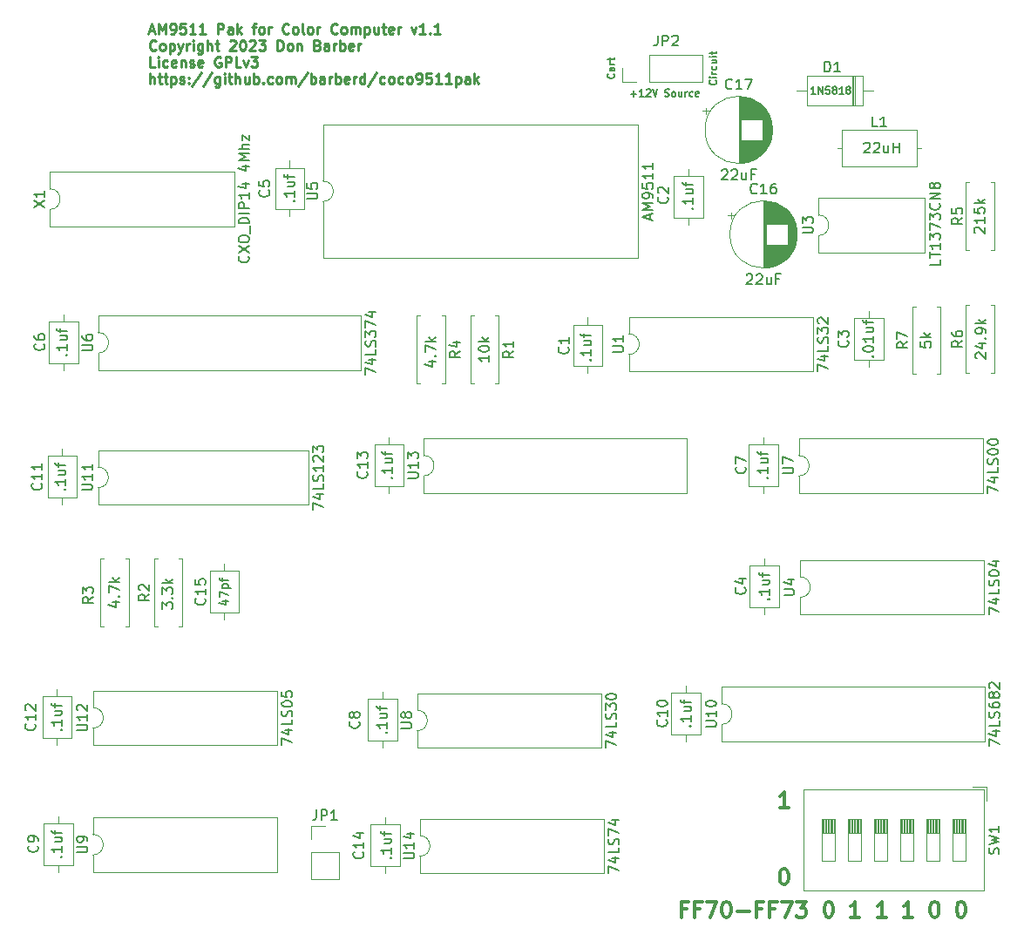
<source format=gbr>
%TF.GenerationSoftware,KiCad,Pcbnew,6.0.9-8da3e8f707~117~ubuntu20.04.1*%
%TF.CreationDate,2023-03-11T12:28:09-05:00*%
%TF.ProjectId,coco9511pak,636f636f-3935-4313-9170-616b2e6b6963,rev?*%
%TF.SameCoordinates,Original*%
%TF.FileFunction,Legend,Top*%
%TF.FilePolarity,Positive*%
%FSLAX46Y46*%
G04 Gerber Fmt 4.6, Leading zero omitted, Abs format (unit mm)*
G04 Created by KiCad (PCBNEW 6.0.9-8da3e8f707~117~ubuntu20.04.1) date 2023-03-11 12:28:09*
%MOMM*%
%LPD*%
G01*
G04 APERTURE LIST*
%ADD10C,0.300000*%
%ADD11C,0.250000*%
%ADD12C,0.175000*%
%ADD13C,0.150000*%
%ADD14C,0.120000*%
G04 APERTURE END LIST*
D10*
X92034571Y-156150571D02*
X92177428Y-156150571D01*
X92320285Y-156222000D01*
X92391714Y-156293428D01*
X92463142Y-156436285D01*
X92534571Y-156722000D01*
X92534571Y-157079142D01*
X92463142Y-157364857D01*
X92391714Y-157507714D01*
X92320285Y-157579142D01*
X92177428Y-157650571D01*
X92034571Y-157650571D01*
X91891714Y-157579142D01*
X91820285Y-157507714D01*
X91748857Y-157364857D01*
X91677428Y-157079142D01*
X91677428Y-156722000D01*
X91748857Y-156436285D01*
X91820285Y-156293428D01*
X91891714Y-156222000D01*
X92034571Y-156150571D01*
D11*
X30451976Y-74713666D02*
X30928166Y-74713666D01*
X30356738Y-74999380D02*
X30690071Y-73999380D01*
X31023404Y-74999380D01*
X31356738Y-74999380D02*
X31356738Y-73999380D01*
X31690071Y-74713666D01*
X32023404Y-73999380D01*
X32023404Y-74999380D01*
X32547214Y-74999380D02*
X32737690Y-74999380D01*
X32832928Y-74951761D01*
X32880547Y-74904142D01*
X32975785Y-74761285D01*
X33023404Y-74570809D01*
X33023404Y-74189857D01*
X32975785Y-74094619D01*
X32928166Y-74047000D01*
X32832928Y-73999380D01*
X32642452Y-73999380D01*
X32547214Y-74047000D01*
X32499595Y-74094619D01*
X32451976Y-74189857D01*
X32451976Y-74427952D01*
X32499595Y-74523190D01*
X32547214Y-74570809D01*
X32642452Y-74618428D01*
X32832928Y-74618428D01*
X32928166Y-74570809D01*
X32975785Y-74523190D01*
X33023404Y-74427952D01*
X33928166Y-73999380D02*
X33451976Y-73999380D01*
X33404357Y-74475571D01*
X33451976Y-74427952D01*
X33547214Y-74380333D01*
X33785309Y-74380333D01*
X33880547Y-74427952D01*
X33928166Y-74475571D01*
X33975785Y-74570809D01*
X33975785Y-74808904D01*
X33928166Y-74904142D01*
X33880547Y-74951761D01*
X33785309Y-74999380D01*
X33547214Y-74999380D01*
X33451976Y-74951761D01*
X33404357Y-74904142D01*
X34928166Y-74999380D02*
X34356738Y-74999380D01*
X34642452Y-74999380D02*
X34642452Y-73999380D01*
X34547214Y-74142238D01*
X34451976Y-74237476D01*
X34356738Y-74285095D01*
X35880547Y-74999380D02*
X35309119Y-74999380D01*
X35594833Y-74999380D02*
X35594833Y-73999380D01*
X35499595Y-74142238D01*
X35404357Y-74237476D01*
X35309119Y-74285095D01*
X37071023Y-74999380D02*
X37071023Y-73999380D01*
X37451976Y-73999380D01*
X37547214Y-74047000D01*
X37594833Y-74094619D01*
X37642452Y-74189857D01*
X37642452Y-74332714D01*
X37594833Y-74427952D01*
X37547214Y-74475571D01*
X37451976Y-74523190D01*
X37071023Y-74523190D01*
X38499595Y-74999380D02*
X38499595Y-74475571D01*
X38451976Y-74380333D01*
X38356738Y-74332714D01*
X38166261Y-74332714D01*
X38071023Y-74380333D01*
X38499595Y-74951761D02*
X38404357Y-74999380D01*
X38166261Y-74999380D01*
X38071023Y-74951761D01*
X38023404Y-74856523D01*
X38023404Y-74761285D01*
X38071023Y-74666047D01*
X38166261Y-74618428D01*
X38404357Y-74618428D01*
X38499595Y-74570809D01*
X38975785Y-74999380D02*
X38975785Y-73999380D01*
X39071023Y-74618428D02*
X39356738Y-74999380D01*
X39356738Y-74332714D02*
X38975785Y-74713666D01*
X40404357Y-74332714D02*
X40785309Y-74332714D01*
X40547214Y-74999380D02*
X40547214Y-74142238D01*
X40594833Y-74047000D01*
X40690071Y-73999380D01*
X40785309Y-73999380D01*
X41261500Y-74999380D02*
X41166261Y-74951761D01*
X41118642Y-74904142D01*
X41071023Y-74808904D01*
X41071023Y-74523190D01*
X41118642Y-74427952D01*
X41166261Y-74380333D01*
X41261500Y-74332714D01*
X41404357Y-74332714D01*
X41499595Y-74380333D01*
X41547214Y-74427952D01*
X41594833Y-74523190D01*
X41594833Y-74808904D01*
X41547214Y-74904142D01*
X41499595Y-74951761D01*
X41404357Y-74999380D01*
X41261500Y-74999380D01*
X42023404Y-74999380D02*
X42023404Y-74332714D01*
X42023404Y-74523190D02*
X42071023Y-74427952D01*
X42118642Y-74380333D01*
X42213880Y-74332714D01*
X42309119Y-74332714D01*
X43975785Y-74904142D02*
X43928166Y-74951761D01*
X43785309Y-74999380D01*
X43690071Y-74999380D01*
X43547214Y-74951761D01*
X43451976Y-74856523D01*
X43404357Y-74761285D01*
X43356738Y-74570809D01*
X43356738Y-74427952D01*
X43404357Y-74237476D01*
X43451976Y-74142238D01*
X43547214Y-74047000D01*
X43690071Y-73999380D01*
X43785309Y-73999380D01*
X43928166Y-74047000D01*
X43975785Y-74094619D01*
X44547214Y-74999380D02*
X44451976Y-74951761D01*
X44404357Y-74904142D01*
X44356738Y-74808904D01*
X44356738Y-74523190D01*
X44404357Y-74427952D01*
X44451976Y-74380333D01*
X44547214Y-74332714D01*
X44690071Y-74332714D01*
X44785309Y-74380333D01*
X44832928Y-74427952D01*
X44880547Y-74523190D01*
X44880547Y-74808904D01*
X44832928Y-74904142D01*
X44785309Y-74951761D01*
X44690071Y-74999380D01*
X44547214Y-74999380D01*
X45451976Y-74999380D02*
X45356738Y-74951761D01*
X45309119Y-74856523D01*
X45309119Y-73999380D01*
X45975785Y-74999380D02*
X45880547Y-74951761D01*
X45832928Y-74904142D01*
X45785309Y-74808904D01*
X45785309Y-74523190D01*
X45832928Y-74427952D01*
X45880547Y-74380333D01*
X45975785Y-74332714D01*
X46118642Y-74332714D01*
X46213880Y-74380333D01*
X46261500Y-74427952D01*
X46309119Y-74523190D01*
X46309119Y-74808904D01*
X46261500Y-74904142D01*
X46213880Y-74951761D01*
X46118642Y-74999380D01*
X45975785Y-74999380D01*
X46737690Y-74999380D02*
X46737690Y-74332714D01*
X46737690Y-74523190D02*
X46785309Y-74427952D01*
X46832928Y-74380333D01*
X46928166Y-74332714D01*
X47023404Y-74332714D01*
X48690071Y-74904142D02*
X48642452Y-74951761D01*
X48499595Y-74999380D01*
X48404357Y-74999380D01*
X48261500Y-74951761D01*
X48166261Y-74856523D01*
X48118642Y-74761285D01*
X48071023Y-74570809D01*
X48071023Y-74427952D01*
X48118642Y-74237476D01*
X48166261Y-74142238D01*
X48261500Y-74047000D01*
X48404357Y-73999380D01*
X48499595Y-73999380D01*
X48642452Y-74047000D01*
X48690071Y-74094619D01*
X49261500Y-74999380D02*
X49166261Y-74951761D01*
X49118642Y-74904142D01*
X49071023Y-74808904D01*
X49071023Y-74523190D01*
X49118642Y-74427952D01*
X49166261Y-74380333D01*
X49261500Y-74332714D01*
X49404357Y-74332714D01*
X49499595Y-74380333D01*
X49547214Y-74427952D01*
X49594833Y-74523190D01*
X49594833Y-74808904D01*
X49547214Y-74904142D01*
X49499595Y-74951761D01*
X49404357Y-74999380D01*
X49261500Y-74999380D01*
X50023404Y-74999380D02*
X50023404Y-74332714D01*
X50023404Y-74427952D02*
X50071023Y-74380333D01*
X50166261Y-74332714D01*
X50309119Y-74332714D01*
X50404357Y-74380333D01*
X50451976Y-74475571D01*
X50451976Y-74999380D01*
X50451976Y-74475571D02*
X50499595Y-74380333D01*
X50594833Y-74332714D01*
X50737690Y-74332714D01*
X50832928Y-74380333D01*
X50880547Y-74475571D01*
X50880547Y-74999380D01*
X51356738Y-74332714D02*
X51356738Y-75332714D01*
X51356738Y-74380333D02*
X51451976Y-74332714D01*
X51642452Y-74332714D01*
X51737690Y-74380333D01*
X51785309Y-74427952D01*
X51832928Y-74523190D01*
X51832928Y-74808904D01*
X51785309Y-74904142D01*
X51737690Y-74951761D01*
X51642452Y-74999380D01*
X51451976Y-74999380D01*
X51356738Y-74951761D01*
X52690071Y-74332714D02*
X52690071Y-74999380D01*
X52261499Y-74332714D02*
X52261499Y-74856523D01*
X52309119Y-74951761D01*
X52404357Y-74999380D01*
X52547214Y-74999380D01*
X52642452Y-74951761D01*
X52690071Y-74904142D01*
X53023404Y-74332714D02*
X53404357Y-74332714D01*
X53166261Y-73999380D02*
X53166261Y-74856523D01*
X53213880Y-74951761D01*
X53309119Y-74999380D01*
X53404357Y-74999380D01*
X54118642Y-74951761D02*
X54023404Y-74999380D01*
X53832928Y-74999380D01*
X53737690Y-74951761D01*
X53690071Y-74856523D01*
X53690071Y-74475571D01*
X53737690Y-74380333D01*
X53832928Y-74332714D01*
X54023404Y-74332714D01*
X54118642Y-74380333D01*
X54166261Y-74475571D01*
X54166261Y-74570809D01*
X53690071Y-74666047D01*
X54594833Y-74999380D02*
X54594833Y-74332714D01*
X54594833Y-74523190D02*
X54642452Y-74427952D01*
X54690071Y-74380333D01*
X54785309Y-74332714D01*
X54880547Y-74332714D01*
X55880547Y-74332714D02*
X56118642Y-74999380D01*
X56356738Y-74332714D01*
X57261499Y-74999380D02*
X56690071Y-74999380D01*
X56975785Y-74999380D02*
X56975785Y-73999380D01*
X56880547Y-74142238D01*
X56785309Y-74237476D01*
X56690071Y-74285095D01*
X57690071Y-74904142D02*
X57737690Y-74951761D01*
X57690071Y-74999380D01*
X57642452Y-74951761D01*
X57690071Y-74904142D01*
X57690071Y-74999380D01*
X58690071Y-74999380D02*
X58118642Y-74999380D01*
X58404357Y-74999380D02*
X58404357Y-73999380D01*
X58309119Y-74142238D01*
X58213880Y-74237476D01*
X58118642Y-74285095D01*
X31071023Y-76514142D02*
X31023404Y-76561761D01*
X30880547Y-76609380D01*
X30785309Y-76609380D01*
X30642452Y-76561761D01*
X30547214Y-76466523D01*
X30499595Y-76371285D01*
X30451976Y-76180809D01*
X30451976Y-76037952D01*
X30499595Y-75847476D01*
X30547214Y-75752238D01*
X30642452Y-75657000D01*
X30785309Y-75609380D01*
X30880547Y-75609380D01*
X31023404Y-75657000D01*
X31071023Y-75704619D01*
X31642452Y-76609380D02*
X31547214Y-76561761D01*
X31499595Y-76514142D01*
X31451976Y-76418904D01*
X31451976Y-76133190D01*
X31499595Y-76037952D01*
X31547214Y-75990333D01*
X31642452Y-75942714D01*
X31785309Y-75942714D01*
X31880547Y-75990333D01*
X31928166Y-76037952D01*
X31975785Y-76133190D01*
X31975785Y-76418904D01*
X31928166Y-76514142D01*
X31880547Y-76561761D01*
X31785309Y-76609380D01*
X31642452Y-76609380D01*
X32404357Y-75942714D02*
X32404357Y-76942714D01*
X32404357Y-75990333D02*
X32499595Y-75942714D01*
X32690071Y-75942714D01*
X32785309Y-75990333D01*
X32832928Y-76037952D01*
X32880547Y-76133190D01*
X32880547Y-76418904D01*
X32832928Y-76514142D01*
X32785309Y-76561761D01*
X32690071Y-76609380D01*
X32499595Y-76609380D01*
X32404357Y-76561761D01*
X33213880Y-75942714D02*
X33451976Y-76609380D01*
X33690071Y-75942714D02*
X33451976Y-76609380D01*
X33356738Y-76847476D01*
X33309119Y-76895095D01*
X33213880Y-76942714D01*
X34071023Y-76609380D02*
X34071023Y-75942714D01*
X34071023Y-76133190D02*
X34118642Y-76037952D01*
X34166261Y-75990333D01*
X34261500Y-75942714D01*
X34356738Y-75942714D01*
X34690071Y-76609380D02*
X34690071Y-75942714D01*
X34690071Y-75609380D02*
X34642452Y-75657000D01*
X34690071Y-75704619D01*
X34737690Y-75657000D01*
X34690071Y-75609380D01*
X34690071Y-75704619D01*
X35594833Y-75942714D02*
X35594833Y-76752238D01*
X35547214Y-76847476D01*
X35499595Y-76895095D01*
X35404357Y-76942714D01*
X35261500Y-76942714D01*
X35166261Y-76895095D01*
X35594833Y-76561761D02*
X35499595Y-76609380D01*
X35309119Y-76609380D01*
X35213880Y-76561761D01*
X35166261Y-76514142D01*
X35118642Y-76418904D01*
X35118642Y-76133190D01*
X35166261Y-76037952D01*
X35213880Y-75990333D01*
X35309119Y-75942714D01*
X35499595Y-75942714D01*
X35594833Y-75990333D01*
X36071023Y-76609380D02*
X36071023Y-75609380D01*
X36499595Y-76609380D02*
X36499595Y-76085571D01*
X36451976Y-75990333D01*
X36356738Y-75942714D01*
X36213880Y-75942714D01*
X36118642Y-75990333D01*
X36071023Y-76037952D01*
X36832928Y-75942714D02*
X37213880Y-75942714D01*
X36975785Y-75609380D02*
X36975785Y-76466523D01*
X37023404Y-76561761D01*
X37118642Y-76609380D01*
X37213880Y-76609380D01*
X38261500Y-75704619D02*
X38309119Y-75657000D01*
X38404357Y-75609380D01*
X38642452Y-75609380D01*
X38737690Y-75657000D01*
X38785309Y-75704619D01*
X38832928Y-75799857D01*
X38832928Y-75895095D01*
X38785309Y-76037952D01*
X38213880Y-76609380D01*
X38832928Y-76609380D01*
X39451976Y-75609380D02*
X39547214Y-75609380D01*
X39642452Y-75657000D01*
X39690071Y-75704619D01*
X39737690Y-75799857D01*
X39785309Y-75990333D01*
X39785309Y-76228428D01*
X39737690Y-76418904D01*
X39690071Y-76514142D01*
X39642452Y-76561761D01*
X39547214Y-76609380D01*
X39451976Y-76609380D01*
X39356738Y-76561761D01*
X39309119Y-76514142D01*
X39261500Y-76418904D01*
X39213880Y-76228428D01*
X39213880Y-75990333D01*
X39261500Y-75799857D01*
X39309119Y-75704619D01*
X39356738Y-75657000D01*
X39451976Y-75609380D01*
X40166261Y-75704619D02*
X40213880Y-75657000D01*
X40309119Y-75609380D01*
X40547214Y-75609380D01*
X40642452Y-75657000D01*
X40690071Y-75704619D01*
X40737690Y-75799857D01*
X40737690Y-75895095D01*
X40690071Y-76037952D01*
X40118642Y-76609380D01*
X40737690Y-76609380D01*
X41071023Y-75609380D02*
X41690071Y-75609380D01*
X41356738Y-75990333D01*
X41499595Y-75990333D01*
X41594833Y-76037952D01*
X41642452Y-76085571D01*
X41690071Y-76180809D01*
X41690071Y-76418904D01*
X41642452Y-76514142D01*
X41594833Y-76561761D01*
X41499595Y-76609380D01*
X41213880Y-76609380D01*
X41118642Y-76561761D01*
X41071023Y-76514142D01*
X42880547Y-76609380D02*
X42880547Y-75609380D01*
X43118642Y-75609380D01*
X43261500Y-75657000D01*
X43356738Y-75752238D01*
X43404357Y-75847476D01*
X43451976Y-76037952D01*
X43451976Y-76180809D01*
X43404357Y-76371285D01*
X43356738Y-76466523D01*
X43261500Y-76561761D01*
X43118642Y-76609380D01*
X42880547Y-76609380D01*
X44023404Y-76609380D02*
X43928166Y-76561761D01*
X43880547Y-76514142D01*
X43832928Y-76418904D01*
X43832928Y-76133190D01*
X43880547Y-76037952D01*
X43928166Y-75990333D01*
X44023404Y-75942714D01*
X44166261Y-75942714D01*
X44261500Y-75990333D01*
X44309119Y-76037952D01*
X44356738Y-76133190D01*
X44356738Y-76418904D01*
X44309119Y-76514142D01*
X44261500Y-76561761D01*
X44166261Y-76609380D01*
X44023404Y-76609380D01*
X44785309Y-75942714D02*
X44785309Y-76609380D01*
X44785309Y-76037952D02*
X44832928Y-75990333D01*
X44928166Y-75942714D01*
X45071023Y-75942714D01*
X45166261Y-75990333D01*
X45213880Y-76085571D01*
X45213880Y-76609380D01*
X46785309Y-76085571D02*
X46928166Y-76133190D01*
X46975785Y-76180809D01*
X47023404Y-76276047D01*
X47023404Y-76418904D01*
X46975785Y-76514142D01*
X46928166Y-76561761D01*
X46832928Y-76609380D01*
X46451976Y-76609380D01*
X46451976Y-75609380D01*
X46785309Y-75609380D01*
X46880547Y-75657000D01*
X46928166Y-75704619D01*
X46975785Y-75799857D01*
X46975785Y-75895095D01*
X46928166Y-75990333D01*
X46880547Y-76037952D01*
X46785309Y-76085571D01*
X46451976Y-76085571D01*
X47880547Y-76609380D02*
X47880547Y-76085571D01*
X47832928Y-75990333D01*
X47737690Y-75942714D01*
X47547214Y-75942714D01*
X47451976Y-75990333D01*
X47880547Y-76561761D02*
X47785309Y-76609380D01*
X47547214Y-76609380D01*
X47451976Y-76561761D01*
X47404357Y-76466523D01*
X47404357Y-76371285D01*
X47451976Y-76276047D01*
X47547214Y-76228428D01*
X47785309Y-76228428D01*
X47880547Y-76180809D01*
X48356738Y-76609380D02*
X48356738Y-75942714D01*
X48356738Y-76133190D02*
X48404357Y-76037952D01*
X48451976Y-75990333D01*
X48547214Y-75942714D01*
X48642452Y-75942714D01*
X48975785Y-76609380D02*
X48975785Y-75609380D01*
X48975785Y-75990333D02*
X49071023Y-75942714D01*
X49261499Y-75942714D01*
X49356738Y-75990333D01*
X49404357Y-76037952D01*
X49451976Y-76133190D01*
X49451976Y-76418904D01*
X49404357Y-76514142D01*
X49356738Y-76561761D01*
X49261499Y-76609380D01*
X49071023Y-76609380D01*
X48975785Y-76561761D01*
X50261499Y-76561761D02*
X50166261Y-76609380D01*
X49975785Y-76609380D01*
X49880547Y-76561761D01*
X49832928Y-76466523D01*
X49832928Y-76085571D01*
X49880547Y-75990333D01*
X49975785Y-75942714D01*
X50166261Y-75942714D01*
X50261499Y-75990333D01*
X50309119Y-76085571D01*
X50309119Y-76180809D01*
X49832928Y-76276047D01*
X50737690Y-76609380D02*
X50737690Y-75942714D01*
X50737690Y-76133190D02*
X50785309Y-76037952D01*
X50832928Y-75990333D01*
X50928166Y-75942714D01*
X51023404Y-75942714D01*
X30975785Y-78219380D02*
X30499595Y-78219380D01*
X30499595Y-77219380D01*
X31309119Y-78219380D02*
X31309119Y-77552714D01*
X31309119Y-77219380D02*
X31261500Y-77267000D01*
X31309119Y-77314619D01*
X31356738Y-77267000D01*
X31309119Y-77219380D01*
X31309119Y-77314619D01*
X32213880Y-78171761D02*
X32118642Y-78219380D01*
X31928166Y-78219380D01*
X31832928Y-78171761D01*
X31785309Y-78124142D01*
X31737690Y-78028904D01*
X31737690Y-77743190D01*
X31785309Y-77647952D01*
X31832928Y-77600333D01*
X31928166Y-77552714D01*
X32118642Y-77552714D01*
X32213880Y-77600333D01*
X33023404Y-78171761D02*
X32928166Y-78219380D01*
X32737690Y-78219380D01*
X32642452Y-78171761D01*
X32594833Y-78076523D01*
X32594833Y-77695571D01*
X32642452Y-77600333D01*
X32737690Y-77552714D01*
X32928166Y-77552714D01*
X33023404Y-77600333D01*
X33071023Y-77695571D01*
X33071023Y-77790809D01*
X32594833Y-77886047D01*
X33499595Y-77552714D02*
X33499595Y-78219380D01*
X33499595Y-77647952D02*
X33547214Y-77600333D01*
X33642452Y-77552714D01*
X33785309Y-77552714D01*
X33880547Y-77600333D01*
X33928166Y-77695571D01*
X33928166Y-78219380D01*
X34356738Y-78171761D02*
X34451976Y-78219380D01*
X34642452Y-78219380D01*
X34737690Y-78171761D01*
X34785309Y-78076523D01*
X34785309Y-78028904D01*
X34737690Y-77933666D01*
X34642452Y-77886047D01*
X34499595Y-77886047D01*
X34404357Y-77838428D01*
X34356738Y-77743190D01*
X34356738Y-77695571D01*
X34404357Y-77600333D01*
X34499595Y-77552714D01*
X34642452Y-77552714D01*
X34737690Y-77600333D01*
X35594833Y-78171761D02*
X35499595Y-78219380D01*
X35309119Y-78219380D01*
X35213880Y-78171761D01*
X35166261Y-78076523D01*
X35166261Y-77695571D01*
X35213880Y-77600333D01*
X35309119Y-77552714D01*
X35499595Y-77552714D01*
X35594833Y-77600333D01*
X35642452Y-77695571D01*
X35642452Y-77790809D01*
X35166261Y-77886047D01*
X37356738Y-77267000D02*
X37261500Y-77219380D01*
X37118642Y-77219380D01*
X36975785Y-77267000D01*
X36880547Y-77362238D01*
X36832928Y-77457476D01*
X36785309Y-77647952D01*
X36785309Y-77790809D01*
X36832928Y-77981285D01*
X36880547Y-78076523D01*
X36975785Y-78171761D01*
X37118642Y-78219380D01*
X37213880Y-78219380D01*
X37356738Y-78171761D01*
X37404357Y-78124142D01*
X37404357Y-77790809D01*
X37213880Y-77790809D01*
X37832928Y-78219380D02*
X37832928Y-77219380D01*
X38213880Y-77219380D01*
X38309119Y-77267000D01*
X38356738Y-77314619D01*
X38404357Y-77409857D01*
X38404357Y-77552714D01*
X38356738Y-77647952D01*
X38309119Y-77695571D01*
X38213880Y-77743190D01*
X37832928Y-77743190D01*
X39309119Y-78219380D02*
X38832928Y-78219380D01*
X38832928Y-77219380D01*
X39547214Y-77552714D02*
X39785309Y-78219380D01*
X40023404Y-77552714D01*
X40309119Y-77219380D02*
X40928166Y-77219380D01*
X40594833Y-77600333D01*
X40737690Y-77600333D01*
X40832928Y-77647952D01*
X40880547Y-77695571D01*
X40928166Y-77790809D01*
X40928166Y-78028904D01*
X40880547Y-78124142D01*
X40832928Y-78171761D01*
X40737690Y-78219380D01*
X40451976Y-78219380D01*
X40356738Y-78171761D01*
X40309119Y-78124142D01*
X30499595Y-79829380D02*
X30499595Y-78829380D01*
X30928166Y-79829380D02*
X30928166Y-79305571D01*
X30880547Y-79210333D01*
X30785309Y-79162714D01*
X30642452Y-79162714D01*
X30547214Y-79210333D01*
X30499595Y-79257952D01*
X31261500Y-79162714D02*
X31642452Y-79162714D01*
X31404357Y-78829380D02*
X31404357Y-79686523D01*
X31451976Y-79781761D01*
X31547214Y-79829380D01*
X31642452Y-79829380D01*
X31832928Y-79162714D02*
X32213880Y-79162714D01*
X31975785Y-78829380D02*
X31975785Y-79686523D01*
X32023404Y-79781761D01*
X32118642Y-79829380D01*
X32213880Y-79829380D01*
X32547214Y-79162714D02*
X32547214Y-80162714D01*
X32547214Y-79210333D02*
X32642452Y-79162714D01*
X32832928Y-79162714D01*
X32928166Y-79210333D01*
X32975785Y-79257952D01*
X33023404Y-79353190D01*
X33023404Y-79638904D01*
X32975785Y-79734142D01*
X32928166Y-79781761D01*
X32832928Y-79829380D01*
X32642452Y-79829380D01*
X32547214Y-79781761D01*
X33404357Y-79781761D02*
X33499595Y-79829380D01*
X33690071Y-79829380D01*
X33785309Y-79781761D01*
X33832928Y-79686523D01*
X33832928Y-79638904D01*
X33785309Y-79543666D01*
X33690071Y-79496047D01*
X33547214Y-79496047D01*
X33451976Y-79448428D01*
X33404357Y-79353190D01*
X33404357Y-79305571D01*
X33451976Y-79210333D01*
X33547214Y-79162714D01*
X33690071Y-79162714D01*
X33785309Y-79210333D01*
X34261500Y-79734142D02*
X34309119Y-79781761D01*
X34261500Y-79829380D01*
X34213880Y-79781761D01*
X34261500Y-79734142D01*
X34261500Y-79829380D01*
X34261500Y-79210333D02*
X34309119Y-79257952D01*
X34261500Y-79305571D01*
X34213880Y-79257952D01*
X34261500Y-79210333D01*
X34261500Y-79305571D01*
X35451976Y-78781761D02*
X34594833Y-80067476D01*
X36499595Y-78781761D02*
X35642452Y-80067476D01*
X37261500Y-79162714D02*
X37261500Y-79972238D01*
X37213880Y-80067476D01*
X37166261Y-80115095D01*
X37071023Y-80162714D01*
X36928166Y-80162714D01*
X36832928Y-80115095D01*
X37261500Y-79781761D02*
X37166261Y-79829380D01*
X36975785Y-79829380D01*
X36880547Y-79781761D01*
X36832928Y-79734142D01*
X36785309Y-79638904D01*
X36785309Y-79353190D01*
X36832928Y-79257952D01*
X36880547Y-79210333D01*
X36975785Y-79162714D01*
X37166261Y-79162714D01*
X37261500Y-79210333D01*
X37737690Y-79829380D02*
X37737690Y-79162714D01*
X37737690Y-78829380D02*
X37690071Y-78877000D01*
X37737690Y-78924619D01*
X37785309Y-78877000D01*
X37737690Y-78829380D01*
X37737690Y-78924619D01*
X38071023Y-79162714D02*
X38451976Y-79162714D01*
X38213880Y-78829380D02*
X38213880Y-79686523D01*
X38261500Y-79781761D01*
X38356738Y-79829380D01*
X38451976Y-79829380D01*
X38785309Y-79829380D02*
X38785309Y-78829380D01*
X39213880Y-79829380D02*
X39213880Y-79305571D01*
X39166261Y-79210333D01*
X39071023Y-79162714D01*
X38928166Y-79162714D01*
X38832928Y-79210333D01*
X38785309Y-79257952D01*
X40118642Y-79162714D02*
X40118642Y-79829380D01*
X39690071Y-79162714D02*
X39690071Y-79686523D01*
X39737690Y-79781761D01*
X39832928Y-79829380D01*
X39975785Y-79829380D01*
X40071023Y-79781761D01*
X40118642Y-79734142D01*
X40594833Y-79829380D02*
X40594833Y-78829380D01*
X40594833Y-79210333D02*
X40690071Y-79162714D01*
X40880547Y-79162714D01*
X40975785Y-79210333D01*
X41023404Y-79257952D01*
X41071023Y-79353190D01*
X41071023Y-79638904D01*
X41023404Y-79734142D01*
X40975785Y-79781761D01*
X40880547Y-79829380D01*
X40690071Y-79829380D01*
X40594833Y-79781761D01*
X41499595Y-79734142D02*
X41547214Y-79781761D01*
X41499595Y-79829380D01*
X41451976Y-79781761D01*
X41499595Y-79734142D01*
X41499595Y-79829380D01*
X42404357Y-79781761D02*
X42309119Y-79829380D01*
X42118642Y-79829380D01*
X42023404Y-79781761D01*
X41975785Y-79734142D01*
X41928166Y-79638904D01*
X41928166Y-79353190D01*
X41975785Y-79257952D01*
X42023404Y-79210333D01*
X42118642Y-79162714D01*
X42309119Y-79162714D01*
X42404357Y-79210333D01*
X42975785Y-79829380D02*
X42880547Y-79781761D01*
X42832928Y-79734142D01*
X42785309Y-79638904D01*
X42785309Y-79353190D01*
X42832928Y-79257952D01*
X42880547Y-79210333D01*
X42975785Y-79162714D01*
X43118642Y-79162714D01*
X43213880Y-79210333D01*
X43261500Y-79257952D01*
X43309119Y-79353190D01*
X43309119Y-79638904D01*
X43261500Y-79734142D01*
X43213880Y-79781761D01*
X43118642Y-79829380D01*
X42975785Y-79829380D01*
X43737690Y-79829380D02*
X43737690Y-79162714D01*
X43737690Y-79257952D02*
X43785309Y-79210333D01*
X43880547Y-79162714D01*
X44023404Y-79162714D01*
X44118642Y-79210333D01*
X44166261Y-79305571D01*
X44166261Y-79829380D01*
X44166261Y-79305571D02*
X44213880Y-79210333D01*
X44309119Y-79162714D01*
X44451976Y-79162714D01*
X44547214Y-79210333D01*
X44594833Y-79305571D01*
X44594833Y-79829380D01*
X45785309Y-78781761D02*
X44928166Y-80067476D01*
X46118642Y-79829380D02*
X46118642Y-78829380D01*
X46118642Y-79210333D02*
X46213880Y-79162714D01*
X46404357Y-79162714D01*
X46499595Y-79210333D01*
X46547214Y-79257952D01*
X46594833Y-79353190D01*
X46594833Y-79638904D01*
X46547214Y-79734142D01*
X46499595Y-79781761D01*
X46404357Y-79829380D01*
X46213880Y-79829380D01*
X46118642Y-79781761D01*
X47451976Y-79829380D02*
X47451976Y-79305571D01*
X47404357Y-79210333D01*
X47309119Y-79162714D01*
X47118642Y-79162714D01*
X47023404Y-79210333D01*
X47451976Y-79781761D02*
X47356738Y-79829380D01*
X47118642Y-79829380D01*
X47023404Y-79781761D01*
X46975785Y-79686523D01*
X46975785Y-79591285D01*
X47023404Y-79496047D01*
X47118642Y-79448428D01*
X47356738Y-79448428D01*
X47451976Y-79400809D01*
X47928166Y-79829380D02*
X47928166Y-79162714D01*
X47928166Y-79353190D02*
X47975785Y-79257952D01*
X48023404Y-79210333D01*
X48118642Y-79162714D01*
X48213880Y-79162714D01*
X48547214Y-79829380D02*
X48547214Y-78829380D01*
X48547214Y-79210333D02*
X48642452Y-79162714D01*
X48832928Y-79162714D01*
X48928166Y-79210333D01*
X48975785Y-79257952D01*
X49023404Y-79353190D01*
X49023404Y-79638904D01*
X48975785Y-79734142D01*
X48928166Y-79781761D01*
X48832928Y-79829380D01*
X48642452Y-79829380D01*
X48547214Y-79781761D01*
X49832928Y-79781761D02*
X49737690Y-79829380D01*
X49547214Y-79829380D01*
X49451976Y-79781761D01*
X49404357Y-79686523D01*
X49404357Y-79305571D01*
X49451976Y-79210333D01*
X49547214Y-79162714D01*
X49737690Y-79162714D01*
X49832928Y-79210333D01*
X49880547Y-79305571D01*
X49880547Y-79400809D01*
X49404357Y-79496047D01*
X50309119Y-79829380D02*
X50309119Y-79162714D01*
X50309119Y-79353190D02*
X50356738Y-79257952D01*
X50404357Y-79210333D01*
X50499595Y-79162714D01*
X50594833Y-79162714D01*
X51356738Y-79829380D02*
X51356738Y-78829380D01*
X51356738Y-79781761D02*
X51261500Y-79829380D01*
X51071023Y-79829380D01*
X50975785Y-79781761D01*
X50928166Y-79734142D01*
X50880547Y-79638904D01*
X50880547Y-79353190D01*
X50928166Y-79257952D01*
X50975785Y-79210333D01*
X51071023Y-79162714D01*
X51261500Y-79162714D01*
X51356738Y-79210333D01*
X52547214Y-78781761D02*
X51690071Y-80067476D01*
X53309119Y-79781761D02*
X53213880Y-79829380D01*
X53023404Y-79829380D01*
X52928166Y-79781761D01*
X52880547Y-79734142D01*
X52832928Y-79638904D01*
X52832928Y-79353190D01*
X52880547Y-79257952D01*
X52928166Y-79210333D01*
X53023404Y-79162714D01*
X53213880Y-79162714D01*
X53309119Y-79210333D01*
X53880547Y-79829380D02*
X53785309Y-79781761D01*
X53737690Y-79734142D01*
X53690071Y-79638904D01*
X53690071Y-79353190D01*
X53737690Y-79257952D01*
X53785309Y-79210333D01*
X53880547Y-79162714D01*
X54023404Y-79162714D01*
X54118642Y-79210333D01*
X54166261Y-79257952D01*
X54213880Y-79353190D01*
X54213880Y-79638904D01*
X54166261Y-79734142D01*
X54118642Y-79781761D01*
X54023404Y-79829380D01*
X53880547Y-79829380D01*
X55071023Y-79781761D02*
X54975785Y-79829380D01*
X54785309Y-79829380D01*
X54690071Y-79781761D01*
X54642452Y-79734142D01*
X54594833Y-79638904D01*
X54594833Y-79353190D01*
X54642452Y-79257952D01*
X54690071Y-79210333D01*
X54785309Y-79162714D01*
X54975785Y-79162714D01*
X55071023Y-79210333D01*
X55642452Y-79829380D02*
X55547214Y-79781761D01*
X55499595Y-79734142D01*
X55451976Y-79638904D01*
X55451976Y-79353190D01*
X55499595Y-79257952D01*
X55547214Y-79210333D01*
X55642452Y-79162714D01*
X55785309Y-79162714D01*
X55880547Y-79210333D01*
X55928166Y-79257952D01*
X55975785Y-79353190D01*
X55975785Y-79638904D01*
X55928166Y-79734142D01*
X55880547Y-79781761D01*
X55785309Y-79829380D01*
X55642452Y-79829380D01*
X56451976Y-79829380D02*
X56642452Y-79829380D01*
X56737690Y-79781761D01*
X56785309Y-79734142D01*
X56880547Y-79591285D01*
X56928166Y-79400809D01*
X56928166Y-79019857D01*
X56880547Y-78924619D01*
X56832928Y-78877000D01*
X56737690Y-78829380D01*
X56547214Y-78829380D01*
X56451976Y-78877000D01*
X56404357Y-78924619D01*
X56356738Y-79019857D01*
X56356738Y-79257952D01*
X56404357Y-79353190D01*
X56451976Y-79400809D01*
X56547214Y-79448428D01*
X56737690Y-79448428D01*
X56832928Y-79400809D01*
X56880547Y-79353190D01*
X56928166Y-79257952D01*
X57832928Y-78829380D02*
X57356738Y-78829380D01*
X57309119Y-79305571D01*
X57356738Y-79257952D01*
X57451976Y-79210333D01*
X57690071Y-79210333D01*
X57785309Y-79257952D01*
X57832928Y-79305571D01*
X57880547Y-79400809D01*
X57880547Y-79638904D01*
X57832928Y-79734142D01*
X57785309Y-79781761D01*
X57690071Y-79829380D01*
X57451976Y-79829380D01*
X57356738Y-79781761D01*
X57309119Y-79734142D01*
X58832928Y-79829380D02*
X58261499Y-79829380D01*
X58547214Y-79829380D02*
X58547214Y-78829380D01*
X58451976Y-78972238D01*
X58356738Y-79067476D01*
X58261499Y-79115095D01*
X59785309Y-79829380D02*
X59213880Y-79829380D01*
X59499595Y-79829380D02*
X59499595Y-78829380D01*
X59404357Y-78972238D01*
X59309119Y-79067476D01*
X59213880Y-79115095D01*
X60213880Y-79162714D02*
X60213880Y-80162714D01*
X60213880Y-79210333D02*
X60309119Y-79162714D01*
X60499595Y-79162714D01*
X60594833Y-79210333D01*
X60642452Y-79257952D01*
X60690071Y-79353190D01*
X60690071Y-79638904D01*
X60642452Y-79734142D01*
X60594833Y-79781761D01*
X60499595Y-79829380D01*
X60309119Y-79829380D01*
X60213880Y-79781761D01*
X61547214Y-79829380D02*
X61547214Y-79305571D01*
X61499595Y-79210333D01*
X61404357Y-79162714D01*
X61213880Y-79162714D01*
X61118642Y-79210333D01*
X61547214Y-79781761D02*
X61451976Y-79829380D01*
X61213880Y-79829380D01*
X61118642Y-79781761D01*
X61071023Y-79686523D01*
X61071023Y-79591285D01*
X61118642Y-79496047D01*
X61213880Y-79448428D01*
X61451976Y-79448428D01*
X61547214Y-79400809D01*
X62023404Y-79829380D02*
X62023404Y-78829380D01*
X62118642Y-79448428D02*
X62404357Y-79829380D01*
X62404357Y-79162714D02*
X62023404Y-79543666D01*
D10*
X82638000Y-160039857D02*
X82138000Y-160039857D01*
X82138000Y-160825571D02*
X82138000Y-159325571D01*
X82852285Y-159325571D01*
X83923714Y-160039857D02*
X83423714Y-160039857D01*
X83423714Y-160825571D02*
X83423714Y-159325571D01*
X84138000Y-159325571D01*
X84566571Y-159325571D02*
X85566571Y-159325571D01*
X84923714Y-160825571D01*
X86423714Y-159325571D02*
X86566571Y-159325571D01*
X86709428Y-159397000D01*
X86780857Y-159468428D01*
X86852285Y-159611285D01*
X86923714Y-159897000D01*
X86923714Y-160254142D01*
X86852285Y-160539857D01*
X86780857Y-160682714D01*
X86709428Y-160754142D01*
X86566571Y-160825571D01*
X86423714Y-160825571D01*
X86280857Y-160754142D01*
X86209428Y-160682714D01*
X86138000Y-160539857D01*
X86066571Y-160254142D01*
X86066571Y-159897000D01*
X86138000Y-159611285D01*
X86209428Y-159468428D01*
X86280857Y-159397000D01*
X86423714Y-159325571D01*
X87566571Y-160254142D02*
X88709428Y-160254142D01*
X89923714Y-160039857D02*
X89423714Y-160039857D01*
X89423714Y-160825571D02*
X89423714Y-159325571D01*
X90138000Y-159325571D01*
X91209428Y-160039857D02*
X90709428Y-160039857D01*
X90709428Y-160825571D02*
X90709428Y-159325571D01*
X91423714Y-159325571D01*
X91852285Y-159325571D02*
X92852285Y-159325571D01*
X92209428Y-160825571D01*
X93280857Y-159325571D02*
X94209428Y-159325571D01*
X93709428Y-159897000D01*
X93923714Y-159897000D01*
X94066571Y-159968428D01*
X94138000Y-160039857D01*
X94209428Y-160182714D01*
X94209428Y-160539857D01*
X94138000Y-160682714D01*
X94066571Y-160754142D01*
X93923714Y-160825571D01*
X93495142Y-160825571D01*
X93352285Y-160754142D01*
X93280857Y-160682714D01*
D12*
X75561000Y-78875666D02*
X75594333Y-78909000D01*
X75627666Y-79009000D01*
X75627666Y-79075666D01*
X75594333Y-79175666D01*
X75527666Y-79242333D01*
X75461000Y-79275666D01*
X75327666Y-79309000D01*
X75227666Y-79309000D01*
X75094333Y-79275666D01*
X75027666Y-79242333D01*
X74961000Y-79175666D01*
X74927666Y-79075666D01*
X74927666Y-79009000D01*
X74961000Y-78909000D01*
X74994333Y-78875666D01*
X75627666Y-78275666D02*
X75261000Y-78275666D01*
X75194333Y-78309000D01*
X75161000Y-78375666D01*
X75161000Y-78509000D01*
X75194333Y-78575666D01*
X75594333Y-78275666D02*
X75627666Y-78342333D01*
X75627666Y-78509000D01*
X75594333Y-78575666D01*
X75527666Y-78609000D01*
X75461000Y-78609000D01*
X75394333Y-78575666D01*
X75361000Y-78509000D01*
X75361000Y-78342333D01*
X75327666Y-78275666D01*
X75627666Y-77942333D02*
X75161000Y-77942333D01*
X75294333Y-77942333D02*
X75227666Y-77909000D01*
X75194333Y-77875666D01*
X75161000Y-77809000D01*
X75161000Y-77742333D01*
X75161000Y-77609000D02*
X75161000Y-77342333D01*
X74927666Y-77509000D02*
X75527666Y-77509000D01*
X75594333Y-77475666D01*
X75627666Y-77409000D01*
X75627666Y-77342333D01*
D10*
X92534571Y-150157571D02*
X91677428Y-150157571D01*
X92106000Y-150157571D02*
X92106000Y-148657571D01*
X91963142Y-148871857D01*
X91820285Y-149014714D01*
X91677428Y-149086142D01*
D12*
X85467000Y-79509000D02*
X85500333Y-79542333D01*
X85533666Y-79642333D01*
X85533666Y-79709000D01*
X85500333Y-79809000D01*
X85433666Y-79875666D01*
X85367000Y-79909000D01*
X85233666Y-79942333D01*
X85133666Y-79942333D01*
X85000333Y-79909000D01*
X84933666Y-79875666D01*
X84867000Y-79809000D01*
X84833666Y-79709000D01*
X84833666Y-79642333D01*
X84867000Y-79542333D01*
X84900333Y-79509000D01*
X85533666Y-79209000D02*
X85067000Y-79209000D01*
X84833666Y-79209000D02*
X84867000Y-79242333D01*
X84900333Y-79209000D01*
X84867000Y-79175666D01*
X84833666Y-79209000D01*
X84900333Y-79209000D01*
X85533666Y-78875666D02*
X85067000Y-78875666D01*
X85200333Y-78875666D02*
X85133666Y-78842333D01*
X85100333Y-78809000D01*
X85067000Y-78742333D01*
X85067000Y-78675666D01*
X85500333Y-78142333D02*
X85533666Y-78209000D01*
X85533666Y-78342333D01*
X85500333Y-78409000D01*
X85467000Y-78442333D01*
X85400333Y-78475666D01*
X85200333Y-78475666D01*
X85133666Y-78442333D01*
X85100333Y-78409000D01*
X85067000Y-78342333D01*
X85067000Y-78209000D01*
X85100333Y-78142333D01*
X85067000Y-77542333D02*
X85533666Y-77542333D01*
X85067000Y-77842333D02*
X85433666Y-77842333D01*
X85500333Y-77809000D01*
X85533666Y-77742333D01*
X85533666Y-77642333D01*
X85500333Y-77575666D01*
X85467000Y-77542333D01*
X85533666Y-77209000D02*
X85067000Y-77209000D01*
X84833666Y-77209000D02*
X84867000Y-77242333D01*
X84900333Y-77209000D01*
X84867000Y-77175666D01*
X84833666Y-77209000D01*
X84900333Y-77209000D01*
X85067000Y-76975666D02*
X85067000Y-76709000D01*
X84833666Y-76875666D02*
X85433666Y-76875666D01*
X85500333Y-76842333D01*
X85533666Y-76775666D01*
X85533666Y-76709000D01*
X77234666Y-80822000D02*
X77768000Y-80822000D01*
X77501333Y-81088666D02*
X77501333Y-80555333D01*
X78468000Y-81088666D02*
X78068000Y-81088666D01*
X78268000Y-81088666D02*
X78268000Y-80388666D01*
X78201333Y-80488666D01*
X78134666Y-80555333D01*
X78068000Y-80588666D01*
X78734666Y-80455333D02*
X78768000Y-80422000D01*
X78834666Y-80388666D01*
X79001333Y-80388666D01*
X79068000Y-80422000D01*
X79101333Y-80455333D01*
X79134666Y-80522000D01*
X79134666Y-80588666D01*
X79101333Y-80688666D01*
X78701333Y-81088666D01*
X79134666Y-81088666D01*
X79334666Y-80388666D02*
X79568000Y-81088666D01*
X79801333Y-80388666D01*
X80534666Y-81055333D02*
X80634666Y-81088666D01*
X80801333Y-81088666D01*
X80868000Y-81055333D01*
X80901333Y-81022000D01*
X80934666Y-80955333D01*
X80934666Y-80888666D01*
X80901333Y-80822000D01*
X80868000Y-80788666D01*
X80801333Y-80755333D01*
X80668000Y-80722000D01*
X80601333Y-80688666D01*
X80568000Y-80655333D01*
X80534666Y-80588666D01*
X80534666Y-80522000D01*
X80568000Y-80455333D01*
X80601333Y-80422000D01*
X80668000Y-80388666D01*
X80834666Y-80388666D01*
X80934666Y-80422000D01*
X81334666Y-81088666D02*
X81268000Y-81055333D01*
X81234666Y-81022000D01*
X81201333Y-80955333D01*
X81201333Y-80755333D01*
X81234666Y-80688666D01*
X81268000Y-80655333D01*
X81334666Y-80622000D01*
X81434666Y-80622000D01*
X81501333Y-80655333D01*
X81534666Y-80688666D01*
X81568000Y-80755333D01*
X81568000Y-80955333D01*
X81534666Y-81022000D01*
X81501333Y-81055333D01*
X81434666Y-81088666D01*
X81334666Y-81088666D01*
X82168000Y-80622000D02*
X82168000Y-81088666D01*
X81868000Y-80622000D02*
X81868000Y-80988666D01*
X81901333Y-81055333D01*
X81968000Y-81088666D01*
X82068000Y-81088666D01*
X82134666Y-81055333D01*
X82168000Y-81022000D01*
X82501333Y-81088666D02*
X82501333Y-80622000D01*
X82501333Y-80755333D02*
X82534666Y-80688666D01*
X82568000Y-80655333D01*
X82634666Y-80622000D01*
X82701333Y-80622000D01*
X83234666Y-81055333D02*
X83168000Y-81088666D01*
X83034666Y-81088666D01*
X82968000Y-81055333D01*
X82934666Y-81022000D01*
X82901333Y-80955333D01*
X82901333Y-80755333D01*
X82934666Y-80688666D01*
X82968000Y-80655333D01*
X83034666Y-80622000D01*
X83168000Y-80622000D01*
X83234666Y-80655333D01*
X83801333Y-81055333D02*
X83734666Y-81088666D01*
X83601333Y-81088666D01*
X83534666Y-81055333D01*
X83501333Y-80988666D01*
X83501333Y-80722000D01*
X83534666Y-80655333D01*
X83601333Y-80622000D01*
X83734666Y-80622000D01*
X83801333Y-80655333D01*
X83834666Y-80722000D01*
X83834666Y-80788666D01*
X83501333Y-80855333D01*
D10*
X96370000Y-159325571D02*
X96512857Y-159325571D01*
X96655714Y-159397000D01*
X96727142Y-159468428D01*
X96798571Y-159611285D01*
X96870000Y-159897000D01*
X96870000Y-160254142D01*
X96798571Y-160539857D01*
X96727142Y-160682714D01*
X96655714Y-160754142D01*
X96512857Y-160825571D01*
X96370000Y-160825571D01*
X96227142Y-160754142D01*
X96155714Y-160682714D01*
X96084285Y-160539857D01*
X96012857Y-160254142D01*
X96012857Y-159897000D01*
X96084285Y-159611285D01*
X96155714Y-159468428D01*
X96227142Y-159397000D01*
X96370000Y-159325571D01*
X99441428Y-160825571D02*
X98584285Y-160825571D01*
X99012857Y-160825571D02*
X99012857Y-159325571D01*
X98870000Y-159539857D01*
X98727142Y-159682714D01*
X98584285Y-159754142D01*
X102012857Y-160825571D02*
X101155714Y-160825571D01*
X101584285Y-160825571D02*
X101584285Y-159325571D01*
X101441428Y-159539857D01*
X101298571Y-159682714D01*
X101155714Y-159754142D01*
X104584285Y-160825571D02*
X103727142Y-160825571D01*
X104155714Y-160825571D02*
X104155714Y-159325571D01*
X104012857Y-159539857D01*
X103869999Y-159682714D01*
X103727142Y-159754142D01*
X106655714Y-159325571D02*
X106798571Y-159325571D01*
X106941428Y-159397000D01*
X107012857Y-159468428D01*
X107084285Y-159611285D01*
X107155714Y-159897000D01*
X107155714Y-160254142D01*
X107084285Y-160539857D01*
X107012857Y-160682714D01*
X106941428Y-160754142D01*
X106798571Y-160825571D01*
X106655714Y-160825571D01*
X106512857Y-160754142D01*
X106441428Y-160682714D01*
X106369999Y-160539857D01*
X106298571Y-160254142D01*
X106298571Y-159897000D01*
X106369999Y-159611285D01*
X106441428Y-159468428D01*
X106512857Y-159397000D01*
X106655714Y-159325571D01*
X109227142Y-159325571D02*
X109369999Y-159325571D01*
X109512857Y-159397000D01*
X109584285Y-159468428D01*
X109655714Y-159611285D01*
X109727142Y-159897000D01*
X109727142Y-160254142D01*
X109655714Y-160539857D01*
X109584285Y-160682714D01*
X109512857Y-160754142D01*
X109369999Y-160825571D01*
X109227142Y-160825571D01*
X109084285Y-160754142D01*
X109012857Y-160682714D01*
X108941428Y-160539857D01*
X108869999Y-160254142D01*
X108869999Y-159897000D01*
X108941428Y-159611285D01*
X109012857Y-159468428D01*
X109084285Y-159397000D01*
X109227142Y-159325571D01*
D13*
%TO.C,U7*%
X91991380Y-117728904D02*
X92800904Y-117728904D01*
X92896142Y-117681285D01*
X92943761Y-117633666D01*
X92991380Y-117538428D01*
X92991380Y-117347952D01*
X92943761Y-117252714D01*
X92896142Y-117205095D01*
X92800904Y-117157476D01*
X91991380Y-117157476D01*
X91991380Y-116776523D02*
X91991380Y-116109857D01*
X92991380Y-116538428D01*
X111891380Y-119609857D02*
X111891380Y-118943190D01*
X112891380Y-119371761D01*
X112224714Y-118133666D02*
X112891380Y-118133666D01*
X111843761Y-118371761D02*
X112558047Y-118609857D01*
X112558047Y-117990809D01*
X112891380Y-117133666D02*
X112891380Y-117609857D01*
X111891380Y-117609857D01*
X112843761Y-116847952D02*
X112891380Y-116705095D01*
X112891380Y-116467000D01*
X112843761Y-116371761D01*
X112796142Y-116324142D01*
X112700904Y-116276523D01*
X112605666Y-116276523D01*
X112510428Y-116324142D01*
X112462809Y-116371761D01*
X112415190Y-116467000D01*
X112367571Y-116657476D01*
X112319952Y-116752714D01*
X112272333Y-116800333D01*
X112177095Y-116847952D01*
X112081857Y-116847952D01*
X111986619Y-116800333D01*
X111939000Y-116752714D01*
X111891380Y-116657476D01*
X111891380Y-116419380D01*
X111939000Y-116276523D01*
X111891380Y-115657476D02*
X111891380Y-115562238D01*
X111939000Y-115467000D01*
X111986619Y-115419380D01*
X112081857Y-115371761D01*
X112272333Y-115324142D01*
X112510428Y-115324142D01*
X112700904Y-115371761D01*
X112796142Y-115419380D01*
X112843761Y-115467000D01*
X112891380Y-115562238D01*
X112891380Y-115657476D01*
X112843761Y-115752714D01*
X112796142Y-115800333D01*
X112700904Y-115847952D01*
X112510428Y-115895571D01*
X112272333Y-115895571D01*
X112081857Y-115847952D01*
X111986619Y-115800333D01*
X111939000Y-115752714D01*
X111891380Y-115657476D01*
X111891380Y-114705095D02*
X111891380Y-114609857D01*
X111939000Y-114514619D01*
X111986619Y-114467000D01*
X112081857Y-114419380D01*
X112272333Y-114371761D01*
X112510428Y-114371761D01*
X112700904Y-114419380D01*
X112796142Y-114467000D01*
X112843761Y-114514619D01*
X112891380Y-114609857D01*
X112891380Y-114705095D01*
X112843761Y-114800333D01*
X112796142Y-114847952D01*
X112700904Y-114895571D01*
X112510428Y-114943190D01*
X112272333Y-114943190D01*
X112081857Y-114895571D01*
X111986619Y-114847952D01*
X111939000Y-114800333D01*
X111891380Y-114705095D01*
%TO.C,C2*%
X80748142Y-90844666D02*
X80795761Y-90892285D01*
X80843380Y-91035142D01*
X80843380Y-91130380D01*
X80795761Y-91273238D01*
X80700523Y-91368476D01*
X80605285Y-91416095D01*
X80414809Y-91463714D01*
X80271952Y-91463714D01*
X80081476Y-91416095D01*
X79986238Y-91368476D01*
X79891000Y-91273238D01*
X79843380Y-91130380D01*
X79843380Y-91035142D01*
X79891000Y-90892285D01*
X79938619Y-90844666D01*
X79938619Y-90463714D02*
X79891000Y-90416095D01*
X79843380Y-90320857D01*
X79843380Y-90082761D01*
X79891000Y-89987523D01*
X79938619Y-89939904D01*
X80033857Y-89892285D01*
X80129095Y-89892285D01*
X80271952Y-89939904D01*
X80843380Y-90511333D01*
X80843380Y-89892285D01*
X83161142Y-91959285D02*
X83208761Y-91911666D01*
X83256380Y-91959285D01*
X83208761Y-92006904D01*
X83161142Y-91959285D01*
X83256380Y-91959285D01*
X83256380Y-90959285D02*
X83256380Y-91530714D01*
X83256380Y-91245000D02*
X82256380Y-91245000D01*
X82399238Y-91340238D01*
X82494476Y-91435476D01*
X82542095Y-91530714D01*
X82589714Y-90102142D02*
X83256380Y-90102142D01*
X82589714Y-90530714D02*
X83113523Y-90530714D01*
X83208761Y-90483095D01*
X83256380Y-90387857D01*
X83256380Y-90245000D01*
X83208761Y-90149761D01*
X83161142Y-90102142D01*
X82589714Y-89768809D02*
X82589714Y-89387857D01*
X83256380Y-89625952D02*
X82399238Y-89625952D01*
X82304000Y-89578333D01*
X82256380Y-89483095D01*
X82256380Y-89387857D01*
%TO.C,R7*%
X104084380Y-104941666D02*
X103608190Y-105275000D01*
X104084380Y-105513095D02*
X103084380Y-105513095D01*
X103084380Y-105132142D01*
X103132000Y-105036904D01*
X103179619Y-104989285D01*
X103274857Y-104941666D01*
X103417714Y-104941666D01*
X103512952Y-104989285D01*
X103560571Y-105036904D01*
X103608190Y-105132142D01*
X103608190Y-105513095D01*
X103084380Y-104608333D02*
X103084380Y-103941666D01*
X104084380Y-104370238D01*
X105370380Y-104941666D02*
X105370380Y-105417857D01*
X105846571Y-105465476D01*
X105798952Y-105417857D01*
X105751333Y-105322619D01*
X105751333Y-105084523D01*
X105798952Y-104989285D01*
X105846571Y-104941666D01*
X105941809Y-104894047D01*
X106179904Y-104894047D01*
X106275142Y-104941666D01*
X106322761Y-104989285D01*
X106370380Y-105084523D01*
X106370380Y-105322619D01*
X106322761Y-105417857D01*
X106275142Y-105465476D01*
X106370380Y-104465476D02*
X105370380Y-104465476D01*
X105989428Y-104370238D02*
X106370380Y-104084523D01*
X105703714Y-104084523D02*
X106084666Y-104465476D01*
%TO.C,R3*%
X24963380Y-129706666D02*
X24487190Y-130040000D01*
X24963380Y-130278095D02*
X23963380Y-130278095D01*
X23963380Y-129897142D01*
X24011000Y-129801904D01*
X24058619Y-129754285D01*
X24153857Y-129706666D01*
X24296714Y-129706666D01*
X24391952Y-129754285D01*
X24439571Y-129801904D01*
X24487190Y-129897142D01*
X24487190Y-130278095D01*
X23963380Y-129373333D02*
X23963380Y-128754285D01*
X24344333Y-129087619D01*
X24344333Y-128944761D01*
X24391952Y-128849523D01*
X24439571Y-128801904D01*
X24534809Y-128754285D01*
X24772904Y-128754285D01*
X24868142Y-128801904D01*
X24915761Y-128849523D01*
X24963380Y-128944761D01*
X24963380Y-129230476D01*
X24915761Y-129325714D01*
X24868142Y-129373333D01*
X26836714Y-130214571D02*
X27503380Y-130214571D01*
X26455761Y-130452666D02*
X27170047Y-130690761D01*
X27170047Y-130071714D01*
X27408142Y-129690761D02*
X27455761Y-129643142D01*
X27503380Y-129690761D01*
X27455761Y-129738380D01*
X27408142Y-129690761D01*
X27503380Y-129690761D01*
X26503380Y-129309809D02*
X26503380Y-128643142D01*
X27503380Y-129071714D01*
X27503380Y-128262190D02*
X26503380Y-128262190D01*
X27122428Y-128166952D02*
X27503380Y-127881238D01*
X26836714Y-127881238D02*
X27217666Y-128262190D01*
%TO.C,U4*%
X92098380Y-129529904D02*
X92907904Y-129529904D01*
X93003142Y-129482285D01*
X93050761Y-129434666D01*
X93098380Y-129339428D01*
X93098380Y-129148952D01*
X93050761Y-129053714D01*
X93003142Y-129006095D01*
X92907904Y-128958476D01*
X92098380Y-128958476D01*
X92431714Y-128053714D02*
X93098380Y-128053714D01*
X92050761Y-128291809D02*
X92765047Y-128529904D01*
X92765047Y-127910857D01*
X111998380Y-131410857D02*
X111998380Y-130744190D01*
X112998380Y-131172761D01*
X112331714Y-129934666D02*
X112998380Y-129934666D01*
X111950761Y-130172761D02*
X112665047Y-130410857D01*
X112665047Y-129791809D01*
X112998380Y-128934666D02*
X112998380Y-129410857D01*
X111998380Y-129410857D01*
X112950761Y-128648952D02*
X112998380Y-128506095D01*
X112998380Y-128268000D01*
X112950761Y-128172761D01*
X112903142Y-128125142D01*
X112807904Y-128077523D01*
X112712666Y-128077523D01*
X112617428Y-128125142D01*
X112569809Y-128172761D01*
X112522190Y-128268000D01*
X112474571Y-128458476D01*
X112426952Y-128553714D01*
X112379333Y-128601333D01*
X112284095Y-128648952D01*
X112188857Y-128648952D01*
X112093619Y-128601333D01*
X112046000Y-128553714D01*
X111998380Y-128458476D01*
X111998380Y-128220380D01*
X112046000Y-128077523D01*
X111998380Y-127458476D02*
X111998380Y-127363238D01*
X112046000Y-127268000D01*
X112093619Y-127220380D01*
X112188857Y-127172761D01*
X112379333Y-127125142D01*
X112617428Y-127125142D01*
X112807904Y-127172761D01*
X112903142Y-127220380D01*
X112950761Y-127268000D01*
X112998380Y-127363238D01*
X112998380Y-127458476D01*
X112950761Y-127553714D01*
X112903142Y-127601333D01*
X112807904Y-127648952D01*
X112617428Y-127696571D01*
X112379333Y-127696571D01*
X112188857Y-127648952D01*
X112093619Y-127601333D01*
X112046000Y-127553714D01*
X111998380Y-127458476D01*
X112331714Y-126268000D02*
X112998380Y-126268000D01*
X111950761Y-126506095D02*
X112665047Y-126744190D01*
X112665047Y-126125142D01*
%TO.C,U9*%
X23406380Y-154548904D02*
X24215904Y-154548904D01*
X24311142Y-154501285D01*
X24358761Y-154453666D01*
X24406380Y-154358428D01*
X24406380Y-154167952D01*
X24358761Y-154072714D01*
X24311142Y-154025095D01*
X24215904Y-153977476D01*
X23406380Y-153977476D01*
X24406380Y-153453666D02*
X24406380Y-153263190D01*
X24358761Y-153167952D01*
X24311142Y-153120333D01*
X24168285Y-153025095D01*
X23977809Y-152977476D01*
X23596857Y-152977476D01*
X23501619Y-153025095D01*
X23454000Y-153072714D01*
X23406380Y-153167952D01*
X23406380Y-153358428D01*
X23454000Y-153453666D01*
X23501619Y-153501285D01*
X23596857Y-153548904D01*
X23834952Y-153548904D01*
X23930190Y-153501285D01*
X23977809Y-153453666D01*
X24025428Y-153358428D01*
X24025428Y-153167952D01*
X23977809Y-153072714D01*
X23930190Y-153025095D01*
X23834952Y-152977476D01*
%TO.C,U11*%
X23909380Y-119338095D02*
X24718904Y-119338095D01*
X24814142Y-119290476D01*
X24861761Y-119242857D01*
X24909380Y-119147619D01*
X24909380Y-118957142D01*
X24861761Y-118861904D01*
X24814142Y-118814285D01*
X24718904Y-118766666D01*
X23909380Y-118766666D01*
X24909380Y-117766666D02*
X24909380Y-118338095D01*
X24909380Y-118052380D02*
X23909380Y-118052380D01*
X24052238Y-118147619D01*
X24147476Y-118242857D01*
X24195095Y-118338095D01*
X24909380Y-116814285D02*
X24909380Y-117385714D01*
X24909380Y-117100000D02*
X23909380Y-117100000D01*
X24052238Y-117195238D01*
X24147476Y-117290476D01*
X24195095Y-117385714D01*
X46349380Y-121219047D02*
X46349380Y-120552380D01*
X47349380Y-120980952D01*
X46682714Y-119742857D02*
X47349380Y-119742857D01*
X46301761Y-119980952D02*
X47016047Y-120219047D01*
X47016047Y-119600000D01*
X47349380Y-118742857D02*
X47349380Y-119219047D01*
X46349380Y-119219047D01*
X47301761Y-118457142D02*
X47349380Y-118314285D01*
X47349380Y-118076190D01*
X47301761Y-117980952D01*
X47254142Y-117933333D01*
X47158904Y-117885714D01*
X47063666Y-117885714D01*
X46968428Y-117933333D01*
X46920809Y-117980952D01*
X46873190Y-118076190D01*
X46825571Y-118266666D01*
X46777952Y-118361904D01*
X46730333Y-118409523D01*
X46635095Y-118457142D01*
X46539857Y-118457142D01*
X46444619Y-118409523D01*
X46397000Y-118361904D01*
X46349380Y-118266666D01*
X46349380Y-118028571D01*
X46397000Y-117885714D01*
X47349380Y-116933333D02*
X47349380Y-117504761D01*
X47349380Y-117219047D02*
X46349380Y-117219047D01*
X46492238Y-117314285D01*
X46587476Y-117409523D01*
X46635095Y-117504761D01*
X46444619Y-116552380D02*
X46397000Y-116504761D01*
X46349380Y-116409523D01*
X46349380Y-116171428D01*
X46397000Y-116076190D01*
X46444619Y-116028571D01*
X46539857Y-115980952D01*
X46635095Y-115980952D01*
X46777952Y-116028571D01*
X47349380Y-116600000D01*
X47349380Y-115980952D01*
X46349380Y-115647619D02*
X46349380Y-115028571D01*
X46730333Y-115361904D01*
X46730333Y-115219047D01*
X46777952Y-115123809D01*
X46825571Y-115076190D01*
X46920809Y-115028571D01*
X47158904Y-115028571D01*
X47254142Y-115076190D01*
X47301761Y-115123809D01*
X47349380Y-115219047D01*
X47349380Y-115504761D01*
X47301761Y-115600000D01*
X47254142Y-115647619D01*
%TO.C,C8*%
X50776142Y-141838666D02*
X50823761Y-141886285D01*
X50871380Y-142029142D01*
X50871380Y-142124380D01*
X50823761Y-142267238D01*
X50728523Y-142362476D01*
X50633285Y-142410095D01*
X50442809Y-142457714D01*
X50299952Y-142457714D01*
X50109476Y-142410095D01*
X50014238Y-142362476D01*
X49919000Y-142267238D01*
X49871380Y-142124380D01*
X49871380Y-142029142D01*
X49919000Y-141886285D01*
X49966619Y-141838666D01*
X50299952Y-141267238D02*
X50252333Y-141362476D01*
X50204714Y-141410095D01*
X50109476Y-141457714D01*
X50061857Y-141457714D01*
X49966619Y-141410095D01*
X49919000Y-141362476D01*
X49871380Y-141267238D01*
X49871380Y-141076761D01*
X49919000Y-140981523D01*
X49966619Y-140933904D01*
X50061857Y-140886285D01*
X50109476Y-140886285D01*
X50204714Y-140933904D01*
X50252333Y-140981523D01*
X50299952Y-141076761D01*
X50299952Y-141267238D01*
X50347571Y-141362476D01*
X50395190Y-141410095D01*
X50490428Y-141457714D01*
X50680904Y-141457714D01*
X50776142Y-141410095D01*
X50823761Y-141362476D01*
X50871380Y-141267238D01*
X50871380Y-141076761D01*
X50823761Y-140981523D01*
X50776142Y-140933904D01*
X50680904Y-140886285D01*
X50490428Y-140886285D01*
X50395190Y-140933904D01*
X50347571Y-140981523D01*
X50299952Y-141076761D01*
X53443142Y-142886285D02*
X53490761Y-142838666D01*
X53538380Y-142886285D01*
X53490761Y-142933904D01*
X53443142Y-142886285D01*
X53538380Y-142886285D01*
X53538380Y-141886285D02*
X53538380Y-142457714D01*
X53538380Y-142172000D02*
X52538380Y-142172000D01*
X52681238Y-142267238D01*
X52776476Y-142362476D01*
X52824095Y-142457714D01*
X52871714Y-141029142D02*
X53538380Y-141029142D01*
X52871714Y-141457714D02*
X53395523Y-141457714D01*
X53490761Y-141410095D01*
X53538380Y-141314857D01*
X53538380Y-141172000D01*
X53490761Y-141076761D01*
X53443142Y-141029142D01*
X52871714Y-140695809D02*
X52871714Y-140314857D01*
X53538380Y-140552952D02*
X52681238Y-140552952D01*
X52586000Y-140505333D01*
X52538380Y-140410095D01*
X52538380Y-140314857D01*
%TO.C,C3*%
X98267142Y-104814666D02*
X98314761Y-104862285D01*
X98362380Y-105005142D01*
X98362380Y-105100380D01*
X98314761Y-105243238D01*
X98219523Y-105338476D01*
X98124285Y-105386095D01*
X97933809Y-105433714D01*
X97790952Y-105433714D01*
X97600476Y-105386095D01*
X97505238Y-105338476D01*
X97410000Y-105243238D01*
X97362380Y-105100380D01*
X97362380Y-105005142D01*
X97410000Y-104862285D01*
X97457619Y-104814666D01*
X97362380Y-104481333D02*
X97362380Y-103862285D01*
X97743333Y-104195619D01*
X97743333Y-104052761D01*
X97790952Y-103957523D01*
X97838571Y-103909904D01*
X97933809Y-103862285D01*
X98171904Y-103862285D01*
X98267142Y-103909904D01*
X98314761Y-103957523D01*
X98362380Y-104052761D01*
X98362380Y-104338476D01*
X98314761Y-104433714D01*
X98267142Y-104481333D01*
X100687142Y-106338476D02*
X100734761Y-106290857D01*
X100782380Y-106338476D01*
X100734761Y-106386095D01*
X100687142Y-106338476D01*
X100782380Y-106338476D01*
X99782380Y-105671809D02*
X99782380Y-105576571D01*
X99830000Y-105481333D01*
X99877619Y-105433714D01*
X99972857Y-105386095D01*
X100163333Y-105338476D01*
X100401428Y-105338476D01*
X100591904Y-105386095D01*
X100687142Y-105433714D01*
X100734761Y-105481333D01*
X100782380Y-105576571D01*
X100782380Y-105671809D01*
X100734761Y-105767047D01*
X100687142Y-105814666D01*
X100591904Y-105862285D01*
X100401428Y-105909904D01*
X100163333Y-105909904D01*
X99972857Y-105862285D01*
X99877619Y-105814666D01*
X99830000Y-105767047D01*
X99782380Y-105671809D01*
X100782380Y-104386095D02*
X100782380Y-104957523D01*
X100782380Y-104671809D02*
X99782380Y-104671809D01*
X99925238Y-104767047D01*
X100020476Y-104862285D01*
X100068095Y-104957523D01*
X100115714Y-103528952D02*
X100782380Y-103528952D01*
X100115714Y-103957523D02*
X100639523Y-103957523D01*
X100734761Y-103909904D01*
X100782380Y-103814666D01*
X100782380Y-103671809D01*
X100734761Y-103576571D01*
X100687142Y-103528952D01*
X100115714Y-103195619D02*
X100115714Y-102814666D01*
X100782380Y-103052761D02*
X99925238Y-103052761D01*
X99830000Y-103005142D01*
X99782380Y-102909904D01*
X99782380Y-102814666D01*
%TO.C,JP1*%
X46664666Y-150411380D02*
X46664666Y-151125666D01*
X46617047Y-151268523D01*
X46521809Y-151363761D01*
X46378952Y-151411380D01*
X46283714Y-151411380D01*
X47140857Y-151411380D02*
X47140857Y-150411380D01*
X47521809Y-150411380D01*
X47617047Y-150459000D01*
X47664666Y-150506619D01*
X47712285Y-150601857D01*
X47712285Y-150744714D01*
X47664666Y-150839952D01*
X47617047Y-150887571D01*
X47521809Y-150935190D01*
X47140857Y-150935190D01*
X48664666Y-151411380D02*
X48093238Y-151411380D01*
X48378952Y-151411380D02*
X48378952Y-150411380D01*
X48283714Y-150554238D01*
X48188476Y-150649476D01*
X48093238Y-150697095D01*
%TO.C,R2*%
X30424380Y-129452666D02*
X29948190Y-129786000D01*
X30424380Y-130024095D02*
X29424380Y-130024095D01*
X29424380Y-129643142D01*
X29472000Y-129547904D01*
X29519619Y-129500285D01*
X29614857Y-129452666D01*
X29757714Y-129452666D01*
X29852952Y-129500285D01*
X29900571Y-129547904D01*
X29948190Y-129643142D01*
X29948190Y-130024095D01*
X29519619Y-129071714D02*
X29472000Y-129024095D01*
X29424380Y-128928857D01*
X29424380Y-128690761D01*
X29472000Y-128595523D01*
X29519619Y-128547904D01*
X29614857Y-128500285D01*
X29710095Y-128500285D01*
X29852952Y-128547904D01*
X30424380Y-129119333D01*
X30424380Y-128500285D01*
X31710380Y-130865380D02*
X31710380Y-130246333D01*
X32091333Y-130579666D01*
X32091333Y-130436809D01*
X32138952Y-130341571D01*
X32186571Y-130293952D01*
X32281809Y-130246333D01*
X32519904Y-130246333D01*
X32615142Y-130293952D01*
X32662761Y-130341571D01*
X32710380Y-130436809D01*
X32710380Y-130722523D01*
X32662761Y-130817761D01*
X32615142Y-130865380D01*
X32615142Y-129817761D02*
X32662761Y-129770142D01*
X32710380Y-129817761D01*
X32662761Y-129865380D01*
X32615142Y-129817761D01*
X32710380Y-129817761D01*
X31710380Y-129436809D02*
X31710380Y-128817761D01*
X32091333Y-129151095D01*
X32091333Y-129008238D01*
X32138952Y-128913000D01*
X32186571Y-128865380D01*
X32281809Y-128817761D01*
X32519904Y-128817761D01*
X32615142Y-128865380D01*
X32662761Y-128913000D01*
X32710380Y-129008238D01*
X32710380Y-129293952D01*
X32662761Y-129389190D01*
X32615142Y-129436809D01*
X32710380Y-128389190D02*
X31710380Y-128389190D01*
X32329428Y-128293952D02*
X32710380Y-128008238D01*
X32043714Y-128008238D02*
X32424666Y-128389190D01*
%TO.C,C4*%
X88272142Y-128817666D02*
X88319761Y-128865285D01*
X88367380Y-129008142D01*
X88367380Y-129103380D01*
X88319761Y-129246238D01*
X88224523Y-129341476D01*
X88129285Y-129389095D01*
X87938809Y-129436714D01*
X87795952Y-129436714D01*
X87605476Y-129389095D01*
X87510238Y-129341476D01*
X87415000Y-129246238D01*
X87367380Y-129103380D01*
X87367380Y-129008142D01*
X87415000Y-128865285D01*
X87462619Y-128817666D01*
X87700714Y-127960523D02*
X88367380Y-127960523D01*
X87319761Y-128198619D02*
X88034047Y-128436714D01*
X88034047Y-127817666D01*
X90558142Y-129932285D02*
X90605761Y-129884666D01*
X90653380Y-129932285D01*
X90605761Y-129979904D01*
X90558142Y-129932285D01*
X90653380Y-129932285D01*
X90653380Y-128932285D02*
X90653380Y-129503714D01*
X90653380Y-129218000D02*
X89653380Y-129218000D01*
X89796238Y-129313238D01*
X89891476Y-129408476D01*
X89939095Y-129503714D01*
X89986714Y-128075142D02*
X90653380Y-128075142D01*
X89986714Y-128503714D02*
X90510523Y-128503714D01*
X90605761Y-128456095D01*
X90653380Y-128360857D01*
X90653380Y-128218000D01*
X90605761Y-128122761D01*
X90558142Y-128075142D01*
X89986714Y-127741809D02*
X89986714Y-127360857D01*
X90653380Y-127598952D02*
X89796238Y-127598952D01*
X89701000Y-127551333D01*
X89653380Y-127456095D01*
X89653380Y-127360857D01*
%TO.C,R4*%
X60607380Y-105830666D02*
X60131190Y-106164000D01*
X60607380Y-106402095D02*
X59607380Y-106402095D01*
X59607380Y-106021142D01*
X59655000Y-105925904D01*
X59702619Y-105878285D01*
X59797857Y-105830666D01*
X59940714Y-105830666D01*
X60035952Y-105878285D01*
X60083571Y-105925904D01*
X60131190Y-106021142D01*
X60131190Y-106402095D01*
X59940714Y-104973523D02*
X60607380Y-104973523D01*
X59559761Y-105211619D02*
X60274047Y-105449714D01*
X60274047Y-104830666D01*
X57570714Y-106846571D02*
X58237380Y-106846571D01*
X57189761Y-107084666D02*
X57904047Y-107322761D01*
X57904047Y-106703714D01*
X58142142Y-106322761D02*
X58189761Y-106275142D01*
X58237380Y-106322761D01*
X58189761Y-106370380D01*
X58142142Y-106322761D01*
X58237380Y-106322761D01*
X57237380Y-105941809D02*
X57237380Y-105275142D01*
X58237380Y-105703714D01*
X58237380Y-104894190D02*
X57237380Y-104894190D01*
X57856428Y-104798952D02*
X58237380Y-104513238D01*
X57570714Y-104513238D02*
X57951666Y-104894190D01*
%TO.C,U13*%
X55547380Y-118195095D02*
X56356904Y-118195095D01*
X56452142Y-118147476D01*
X56499761Y-118099857D01*
X56547380Y-118004619D01*
X56547380Y-117814142D01*
X56499761Y-117718904D01*
X56452142Y-117671285D01*
X56356904Y-117623666D01*
X55547380Y-117623666D01*
X56547380Y-116623666D02*
X56547380Y-117195095D01*
X56547380Y-116909380D02*
X55547380Y-116909380D01*
X55690238Y-117004619D01*
X55785476Y-117099857D01*
X55833095Y-117195095D01*
X55547380Y-116290333D02*
X55547380Y-115671285D01*
X55928333Y-116004619D01*
X55928333Y-115861761D01*
X55975952Y-115766523D01*
X56023571Y-115718904D01*
X56118809Y-115671285D01*
X56356904Y-115671285D01*
X56452142Y-115718904D01*
X56499761Y-115766523D01*
X56547380Y-115861761D01*
X56547380Y-116147476D01*
X56499761Y-116242714D01*
X56452142Y-116290333D01*
%TO.C,JP2*%
X79811666Y-75144380D02*
X79811666Y-75858666D01*
X79764047Y-76001523D01*
X79668809Y-76096761D01*
X79525952Y-76144380D01*
X79430714Y-76144380D01*
X80287857Y-76144380D02*
X80287857Y-75144380D01*
X80668809Y-75144380D01*
X80764047Y-75192000D01*
X80811666Y-75239619D01*
X80859285Y-75334857D01*
X80859285Y-75477714D01*
X80811666Y-75572952D01*
X80764047Y-75620571D01*
X80668809Y-75668190D01*
X80287857Y-75668190D01*
X81240238Y-75239619D02*
X81287857Y-75192000D01*
X81383095Y-75144380D01*
X81621190Y-75144380D01*
X81716428Y-75192000D01*
X81764047Y-75239619D01*
X81811666Y-75334857D01*
X81811666Y-75430095D01*
X81764047Y-75572952D01*
X81192619Y-76144380D01*
X81811666Y-76144380D01*
%TO.C,X1*%
X19220380Y-91868523D02*
X20220380Y-91201857D01*
X19220380Y-91201857D02*
X20220380Y-91868523D01*
X20220380Y-90297095D02*
X20220380Y-90868523D01*
X20220380Y-90582809D02*
X19220380Y-90582809D01*
X19363238Y-90678047D01*
X19458476Y-90773285D01*
X19506095Y-90868523D01*
X40025142Y-96606619D02*
X40072761Y-96654238D01*
X40120380Y-96797095D01*
X40120380Y-96892333D01*
X40072761Y-97035190D01*
X39977523Y-97130428D01*
X39882285Y-97178047D01*
X39691809Y-97225666D01*
X39548952Y-97225666D01*
X39358476Y-97178047D01*
X39263238Y-97130428D01*
X39168000Y-97035190D01*
X39120380Y-96892333D01*
X39120380Y-96797095D01*
X39168000Y-96654238D01*
X39215619Y-96606619D01*
X39120380Y-96273285D02*
X40120380Y-95606619D01*
X39120380Y-95606619D02*
X40120380Y-96273285D01*
X39120380Y-95035190D02*
X39120380Y-94844714D01*
X39168000Y-94749476D01*
X39263238Y-94654238D01*
X39453714Y-94606619D01*
X39787047Y-94606619D01*
X39977523Y-94654238D01*
X40072761Y-94749476D01*
X40120380Y-94844714D01*
X40120380Y-95035190D01*
X40072761Y-95130428D01*
X39977523Y-95225666D01*
X39787047Y-95273285D01*
X39453714Y-95273285D01*
X39263238Y-95225666D01*
X39168000Y-95130428D01*
X39120380Y-95035190D01*
X40215619Y-94416142D02*
X40215619Y-93654238D01*
X40120380Y-93416142D02*
X39120380Y-93416142D01*
X39120380Y-93178047D01*
X39168000Y-93035190D01*
X39263238Y-92939952D01*
X39358476Y-92892333D01*
X39548952Y-92844714D01*
X39691809Y-92844714D01*
X39882285Y-92892333D01*
X39977523Y-92939952D01*
X40072761Y-93035190D01*
X40120380Y-93178047D01*
X40120380Y-93416142D01*
X40120380Y-92416142D02*
X39120380Y-92416142D01*
X40120380Y-91939952D02*
X39120380Y-91939952D01*
X39120380Y-91559000D01*
X39168000Y-91463761D01*
X39215619Y-91416142D01*
X39310857Y-91368523D01*
X39453714Y-91368523D01*
X39548952Y-91416142D01*
X39596571Y-91463761D01*
X39644190Y-91559000D01*
X39644190Y-91939952D01*
X40120380Y-90416142D02*
X40120380Y-90987571D01*
X40120380Y-90701857D02*
X39120380Y-90701857D01*
X39263238Y-90797095D01*
X39358476Y-90892333D01*
X39406095Y-90987571D01*
X39453714Y-89559000D02*
X40120380Y-89559000D01*
X39072761Y-89797095D02*
X39787047Y-90035190D01*
X39787047Y-89416142D01*
X39453714Y-87844714D02*
X40120380Y-87844714D01*
X39072761Y-88082809D02*
X39787047Y-88320904D01*
X39787047Y-87701857D01*
X40120380Y-87320904D02*
X39120380Y-87320904D01*
X39834666Y-86987571D01*
X39120380Y-86654238D01*
X40120380Y-86654238D01*
X40120380Y-86178047D02*
X39120380Y-86178047D01*
X40120380Y-85749476D02*
X39596571Y-85749476D01*
X39501333Y-85797095D01*
X39453714Y-85892333D01*
X39453714Y-86035190D01*
X39501333Y-86130428D01*
X39548952Y-86178047D01*
X39453714Y-85368523D02*
X39453714Y-84844714D01*
X40120380Y-85368523D01*
X40120380Y-84844714D01*
%TO.C,U3*%
X93896380Y-94360904D02*
X94705904Y-94360904D01*
X94801142Y-94313285D01*
X94848761Y-94265666D01*
X94896380Y-94170428D01*
X94896380Y-93979952D01*
X94848761Y-93884714D01*
X94801142Y-93837095D01*
X94705904Y-93789476D01*
X93896380Y-93789476D01*
X93896380Y-93408523D02*
X93896380Y-92789476D01*
X94277333Y-93122809D01*
X94277333Y-92979952D01*
X94324952Y-92884714D01*
X94372571Y-92837095D01*
X94467809Y-92789476D01*
X94705904Y-92789476D01*
X94801142Y-92837095D01*
X94848761Y-92884714D01*
X94896380Y-92979952D01*
X94896380Y-93265666D01*
X94848761Y-93360904D01*
X94801142Y-93408523D01*
X107259380Y-96948190D02*
X107259380Y-97424380D01*
X106259380Y-97424380D01*
X106259380Y-96757714D02*
X106259380Y-96186285D01*
X107259380Y-96472000D02*
X106259380Y-96472000D01*
X107259380Y-95329142D02*
X107259380Y-95900571D01*
X107259380Y-95614857D02*
X106259380Y-95614857D01*
X106402238Y-95710095D01*
X106497476Y-95805333D01*
X106545095Y-95900571D01*
X106259380Y-94995809D02*
X106259380Y-94376761D01*
X106640333Y-94710095D01*
X106640333Y-94567238D01*
X106687952Y-94472000D01*
X106735571Y-94424380D01*
X106830809Y-94376761D01*
X107068904Y-94376761D01*
X107164142Y-94424380D01*
X107211761Y-94472000D01*
X107259380Y-94567238D01*
X107259380Y-94852952D01*
X107211761Y-94948190D01*
X107164142Y-94995809D01*
X106259380Y-94043428D02*
X106259380Y-93376761D01*
X107259380Y-93805333D01*
X106259380Y-93091047D02*
X106259380Y-92472000D01*
X106640333Y-92805333D01*
X106640333Y-92662476D01*
X106687952Y-92567238D01*
X106735571Y-92519619D01*
X106830809Y-92472000D01*
X107068904Y-92472000D01*
X107164142Y-92519619D01*
X107211761Y-92567238D01*
X107259380Y-92662476D01*
X107259380Y-92948190D01*
X107211761Y-93043428D01*
X107164142Y-93091047D01*
X107164142Y-91472000D02*
X107211761Y-91519619D01*
X107259380Y-91662476D01*
X107259380Y-91757714D01*
X107211761Y-91900571D01*
X107116523Y-91995809D01*
X107021285Y-92043428D01*
X106830809Y-92091047D01*
X106687952Y-92091047D01*
X106497476Y-92043428D01*
X106402238Y-91995809D01*
X106307000Y-91900571D01*
X106259380Y-91757714D01*
X106259380Y-91662476D01*
X106307000Y-91519619D01*
X106354619Y-91472000D01*
X107259380Y-91043428D02*
X106259380Y-91043428D01*
X107259380Y-90472000D01*
X106259380Y-90472000D01*
X106687952Y-89852952D02*
X106640333Y-89948190D01*
X106592714Y-89995809D01*
X106497476Y-90043428D01*
X106449857Y-90043428D01*
X106354619Y-89995809D01*
X106307000Y-89948190D01*
X106259380Y-89852952D01*
X106259380Y-89662476D01*
X106307000Y-89567238D01*
X106354619Y-89519619D01*
X106449857Y-89472000D01*
X106497476Y-89472000D01*
X106592714Y-89519619D01*
X106640333Y-89567238D01*
X106687952Y-89662476D01*
X106687952Y-89852952D01*
X106735571Y-89948190D01*
X106783190Y-89995809D01*
X106878428Y-90043428D01*
X107068904Y-90043428D01*
X107164142Y-89995809D01*
X107211761Y-89948190D01*
X107259380Y-89852952D01*
X107259380Y-89662476D01*
X107211761Y-89567238D01*
X107164142Y-89519619D01*
X107068904Y-89472000D01*
X106878428Y-89472000D01*
X106783190Y-89519619D01*
X106735571Y-89567238D01*
X106687952Y-89662476D01*
%TO.C,C14*%
X51157142Y-154506857D02*
X51204761Y-154554476D01*
X51252380Y-154697333D01*
X51252380Y-154792571D01*
X51204761Y-154935428D01*
X51109523Y-155030666D01*
X51014285Y-155078285D01*
X50823809Y-155125904D01*
X50680952Y-155125904D01*
X50490476Y-155078285D01*
X50395238Y-155030666D01*
X50300000Y-154935428D01*
X50252380Y-154792571D01*
X50252380Y-154697333D01*
X50300000Y-154554476D01*
X50347619Y-154506857D01*
X51252380Y-153554476D02*
X51252380Y-154125904D01*
X51252380Y-153840190D02*
X50252380Y-153840190D01*
X50395238Y-153935428D01*
X50490476Y-154030666D01*
X50538095Y-154125904D01*
X50585714Y-152697333D02*
X51252380Y-152697333D01*
X50204761Y-152935428D02*
X50919047Y-153173523D01*
X50919047Y-152554476D01*
X53824142Y-155078285D02*
X53871761Y-155030666D01*
X53919380Y-155078285D01*
X53871761Y-155125904D01*
X53824142Y-155078285D01*
X53919380Y-155078285D01*
X53919380Y-154078285D02*
X53919380Y-154649714D01*
X53919380Y-154364000D02*
X52919380Y-154364000D01*
X53062238Y-154459238D01*
X53157476Y-154554476D01*
X53205095Y-154649714D01*
X53252714Y-153221142D02*
X53919380Y-153221142D01*
X53252714Y-153649714D02*
X53776523Y-153649714D01*
X53871761Y-153602095D01*
X53919380Y-153506857D01*
X53919380Y-153364000D01*
X53871761Y-153268761D01*
X53824142Y-153221142D01*
X53252714Y-152887809D02*
X53252714Y-152506857D01*
X53919380Y-152744952D02*
X53062238Y-152744952D01*
X52967000Y-152697333D01*
X52919380Y-152602095D01*
X52919380Y-152506857D01*
%TO.C,L1*%
X101179333Y-84018380D02*
X100703142Y-84018380D01*
X100703142Y-83018380D01*
X102036476Y-84018380D02*
X101465047Y-84018380D01*
X101750761Y-84018380D02*
X101750761Y-83018380D01*
X101655523Y-83161238D01*
X101560285Y-83256476D01*
X101465047Y-83304095D01*
X99861904Y-85653619D02*
X99909523Y-85606000D01*
X100004761Y-85558380D01*
X100242857Y-85558380D01*
X100338095Y-85606000D01*
X100385714Y-85653619D01*
X100433333Y-85748857D01*
X100433333Y-85844095D01*
X100385714Y-85986952D01*
X99814285Y-86558380D01*
X100433333Y-86558380D01*
X100814285Y-85653619D02*
X100861904Y-85606000D01*
X100957142Y-85558380D01*
X101195238Y-85558380D01*
X101290476Y-85606000D01*
X101338095Y-85653619D01*
X101385714Y-85748857D01*
X101385714Y-85844095D01*
X101338095Y-85986952D01*
X100766666Y-86558380D01*
X101385714Y-86558380D01*
X102242857Y-85891714D02*
X102242857Y-86558380D01*
X101814285Y-85891714D02*
X101814285Y-86415523D01*
X101861904Y-86510761D01*
X101957142Y-86558380D01*
X102100000Y-86558380D01*
X102195238Y-86510761D01*
X102242857Y-86463142D01*
X102719047Y-86558380D02*
X102719047Y-85558380D01*
X102719047Y-86034571D02*
X103290476Y-86034571D01*
X103290476Y-86558380D02*
X103290476Y-85558380D01*
%TO.C,U6*%
X23924380Y-105780904D02*
X24733904Y-105780904D01*
X24829142Y-105733285D01*
X24876761Y-105685666D01*
X24924380Y-105590428D01*
X24924380Y-105399952D01*
X24876761Y-105304714D01*
X24829142Y-105257095D01*
X24733904Y-105209476D01*
X23924380Y-105209476D01*
X23924380Y-104304714D02*
X23924380Y-104495190D01*
X23972000Y-104590428D01*
X24019619Y-104638047D01*
X24162476Y-104733285D01*
X24352952Y-104780904D01*
X24733904Y-104780904D01*
X24829142Y-104733285D01*
X24876761Y-104685666D01*
X24924380Y-104590428D01*
X24924380Y-104399952D01*
X24876761Y-104304714D01*
X24829142Y-104257095D01*
X24733904Y-104209476D01*
X24495809Y-104209476D01*
X24400571Y-104257095D01*
X24352952Y-104304714D01*
X24305333Y-104399952D01*
X24305333Y-104590428D01*
X24352952Y-104685666D01*
X24400571Y-104733285D01*
X24495809Y-104780904D01*
X51444380Y-108138047D02*
X51444380Y-107471380D01*
X52444380Y-107899952D01*
X51777714Y-106661857D02*
X52444380Y-106661857D01*
X51396761Y-106899952D02*
X52111047Y-107138047D01*
X52111047Y-106519000D01*
X52444380Y-105661857D02*
X52444380Y-106138047D01*
X51444380Y-106138047D01*
X52396761Y-105376142D02*
X52444380Y-105233285D01*
X52444380Y-104995190D01*
X52396761Y-104899952D01*
X52349142Y-104852333D01*
X52253904Y-104804714D01*
X52158666Y-104804714D01*
X52063428Y-104852333D01*
X52015809Y-104899952D01*
X51968190Y-104995190D01*
X51920571Y-105185666D01*
X51872952Y-105280904D01*
X51825333Y-105328523D01*
X51730095Y-105376142D01*
X51634857Y-105376142D01*
X51539619Y-105328523D01*
X51492000Y-105280904D01*
X51444380Y-105185666D01*
X51444380Y-104947571D01*
X51492000Y-104804714D01*
X51444380Y-104471380D02*
X51444380Y-103852333D01*
X51825333Y-104185666D01*
X51825333Y-104042809D01*
X51872952Y-103947571D01*
X51920571Y-103899952D01*
X52015809Y-103852333D01*
X52253904Y-103852333D01*
X52349142Y-103899952D01*
X52396761Y-103947571D01*
X52444380Y-104042809D01*
X52444380Y-104328523D01*
X52396761Y-104423761D01*
X52349142Y-104471380D01*
X51444380Y-103519000D02*
X51444380Y-102852333D01*
X52444380Y-103280904D01*
X51777714Y-102042809D02*
X52444380Y-102042809D01*
X51396761Y-102280904D02*
X52111047Y-102519000D01*
X52111047Y-101899952D01*
%TO.C,SW1*%
X112950761Y-154664833D02*
X112998380Y-154521976D01*
X112998380Y-154283880D01*
X112950761Y-154188642D01*
X112903142Y-154141023D01*
X112807904Y-154093404D01*
X112712666Y-154093404D01*
X112617428Y-154141023D01*
X112569809Y-154188642D01*
X112522190Y-154283880D01*
X112474571Y-154474357D01*
X112426952Y-154569595D01*
X112379333Y-154617214D01*
X112284095Y-154664833D01*
X112188857Y-154664833D01*
X112093619Y-154617214D01*
X112046000Y-154569595D01*
X111998380Y-154474357D01*
X111998380Y-154236261D01*
X112046000Y-154093404D01*
X111998380Y-153760071D02*
X112998380Y-153521976D01*
X112284095Y-153331500D01*
X112998380Y-153141023D01*
X111998380Y-152902928D01*
X112998380Y-151998166D02*
X112998380Y-152569595D01*
X112998380Y-152283880D02*
X111998380Y-152283880D01*
X112141238Y-152379119D01*
X112236476Y-152474357D01*
X112284095Y-152569595D01*
%TO.C,D1*%
X96035904Y-78684380D02*
X96035904Y-77684380D01*
X96274000Y-77684380D01*
X96416857Y-77732000D01*
X96512095Y-77827238D01*
X96559714Y-77922476D01*
X96607333Y-78112952D01*
X96607333Y-78255809D01*
X96559714Y-78446285D01*
X96512095Y-78541523D01*
X96416857Y-78636761D01*
X96274000Y-78684380D01*
X96035904Y-78684380D01*
X97559714Y-78684380D02*
X96988285Y-78684380D01*
X97274000Y-78684380D02*
X97274000Y-77684380D01*
X97178761Y-77827238D01*
X97083523Y-77922476D01*
X96988285Y-77970095D01*
X95147000Y-80834666D02*
X94747000Y-80834666D01*
X94947000Y-80834666D02*
X94947000Y-80134666D01*
X94880333Y-80234666D01*
X94813666Y-80301333D01*
X94747000Y-80334666D01*
X95447000Y-80834666D02*
X95447000Y-80134666D01*
X95847000Y-80834666D01*
X95847000Y-80134666D01*
X96513666Y-80134666D02*
X96180333Y-80134666D01*
X96147000Y-80468000D01*
X96180333Y-80434666D01*
X96247000Y-80401333D01*
X96413666Y-80401333D01*
X96480333Y-80434666D01*
X96513666Y-80468000D01*
X96547000Y-80534666D01*
X96547000Y-80701333D01*
X96513666Y-80768000D01*
X96480333Y-80801333D01*
X96413666Y-80834666D01*
X96247000Y-80834666D01*
X96180333Y-80801333D01*
X96147000Y-80768000D01*
X96947000Y-80434666D02*
X96880333Y-80401333D01*
X96847000Y-80368000D01*
X96813666Y-80301333D01*
X96813666Y-80268000D01*
X96847000Y-80201333D01*
X96880333Y-80168000D01*
X96947000Y-80134666D01*
X97080333Y-80134666D01*
X97147000Y-80168000D01*
X97180333Y-80201333D01*
X97213666Y-80268000D01*
X97213666Y-80301333D01*
X97180333Y-80368000D01*
X97147000Y-80401333D01*
X97080333Y-80434666D01*
X96947000Y-80434666D01*
X96880333Y-80468000D01*
X96847000Y-80501333D01*
X96813666Y-80568000D01*
X96813666Y-80701333D01*
X96847000Y-80768000D01*
X96880333Y-80801333D01*
X96947000Y-80834666D01*
X97080333Y-80834666D01*
X97147000Y-80801333D01*
X97180333Y-80768000D01*
X97213666Y-80701333D01*
X97213666Y-80568000D01*
X97180333Y-80501333D01*
X97147000Y-80468000D01*
X97080333Y-80434666D01*
X97880333Y-80834666D02*
X97480333Y-80834666D01*
X97680333Y-80834666D02*
X97680333Y-80134666D01*
X97613666Y-80234666D01*
X97547000Y-80301333D01*
X97480333Y-80334666D01*
X98280333Y-80434666D02*
X98213666Y-80401333D01*
X98180333Y-80368000D01*
X98147000Y-80301333D01*
X98147000Y-80268000D01*
X98180333Y-80201333D01*
X98213666Y-80168000D01*
X98280333Y-80134666D01*
X98413666Y-80134666D01*
X98480333Y-80168000D01*
X98513666Y-80201333D01*
X98547000Y-80268000D01*
X98547000Y-80301333D01*
X98513666Y-80368000D01*
X98480333Y-80401333D01*
X98413666Y-80434666D01*
X98280333Y-80434666D01*
X98213666Y-80468000D01*
X98180333Y-80501333D01*
X98147000Y-80568000D01*
X98147000Y-80701333D01*
X98180333Y-80768000D01*
X98213666Y-80801333D01*
X98280333Y-80834666D01*
X98413666Y-80834666D01*
X98480333Y-80801333D01*
X98513666Y-80768000D01*
X98547000Y-80701333D01*
X98547000Y-80568000D01*
X98513666Y-80501333D01*
X98480333Y-80468000D01*
X98413666Y-80434666D01*
%TO.C,U14*%
X55156380Y-155152095D02*
X55965904Y-155152095D01*
X56061142Y-155104476D01*
X56108761Y-155056857D01*
X56156380Y-154961619D01*
X56156380Y-154771142D01*
X56108761Y-154675904D01*
X56061142Y-154628285D01*
X55965904Y-154580666D01*
X55156380Y-154580666D01*
X56156380Y-153580666D02*
X56156380Y-154152095D01*
X56156380Y-153866380D02*
X55156380Y-153866380D01*
X55299238Y-153961619D01*
X55394476Y-154056857D01*
X55442095Y-154152095D01*
X55489714Y-152723523D02*
X56156380Y-152723523D01*
X55108761Y-152961619D02*
X55823047Y-153199714D01*
X55823047Y-152580666D01*
X75056380Y-156556857D02*
X75056380Y-155890190D01*
X76056380Y-156318761D01*
X75389714Y-155080666D02*
X76056380Y-155080666D01*
X75008761Y-155318761D02*
X75723047Y-155556857D01*
X75723047Y-154937809D01*
X76056380Y-154080666D02*
X76056380Y-154556857D01*
X75056380Y-154556857D01*
X76008761Y-153794952D02*
X76056380Y-153652095D01*
X76056380Y-153414000D01*
X76008761Y-153318761D01*
X75961142Y-153271142D01*
X75865904Y-153223523D01*
X75770666Y-153223523D01*
X75675428Y-153271142D01*
X75627809Y-153318761D01*
X75580190Y-153414000D01*
X75532571Y-153604476D01*
X75484952Y-153699714D01*
X75437333Y-153747333D01*
X75342095Y-153794952D01*
X75246857Y-153794952D01*
X75151619Y-153747333D01*
X75104000Y-153699714D01*
X75056380Y-153604476D01*
X75056380Y-153366380D01*
X75104000Y-153223523D01*
X75056380Y-152890190D02*
X75056380Y-152223523D01*
X76056380Y-152652095D01*
X75389714Y-151414000D02*
X76056380Y-151414000D01*
X75008761Y-151652095D02*
X75723047Y-151890190D01*
X75723047Y-151271142D01*
%TO.C,C16*%
X89467742Y-90445142D02*
X89420123Y-90492761D01*
X89277266Y-90540380D01*
X89182028Y-90540380D01*
X89039171Y-90492761D01*
X88943933Y-90397523D01*
X88896314Y-90302285D01*
X88848695Y-90111809D01*
X88848695Y-89968952D01*
X88896314Y-89778476D01*
X88943933Y-89683238D01*
X89039171Y-89588000D01*
X89182028Y-89540380D01*
X89277266Y-89540380D01*
X89420123Y-89588000D01*
X89467742Y-89635619D01*
X90420123Y-90540380D02*
X89848695Y-90540380D01*
X90134409Y-90540380D02*
X90134409Y-89540380D01*
X90039171Y-89683238D01*
X89943933Y-89778476D01*
X89848695Y-89826095D01*
X91277266Y-89540380D02*
X91086790Y-89540380D01*
X90991552Y-89588000D01*
X90943933Y-89635619D01*
X90848695Y-89778476D01*
X90801076Y-89968952D01*
X90801076Y-90349904D01*
X90848695Y-90445142D01*
X90896314Y-90492761D01*
X90991552Y-90540380D01*
X91182028Y-90540380D01*
X91277266Y-90492761D01*
X91324885Y-90445142D01*
X91372504Y-90349904D01*
X91372504Y-90111809D01*
X91324885Y-90016571D01*
X91277266Y-89968952D01*
X91182028Y-89921333D01*
X90991552Y-89921333D01*
X90896314Y-89968952D01*
X90848695Y-90016571D01*
X90801076Y-90111809D01*
X88467742Y-98435619D02*
X88515361Y-98388000D01*
X88610600Y-98340380D01*
X88848695Y-98340380D01*
X88943933Y-98388000D01*
X88991552Y-98435619D01*
X89039171Y-98530857D01*
X89039171Y-98626095D01*
X88991552Y-98768952D01*
X88420123Y-99340380D01*
X89039171Y-99340380D01*
X89420123Y-98435619D02*
X89467742Y-98388000D01*
X89562980Y-98340380D01*
X89801076Y-98340380D01*
X89896314Y-98388000D01*
X89943933Y-98435619D01*
X89991552Y-98530857D01*
X89991552Y-98626095D01*
X89943933Y-98768952D01*
X89372504Y-99340380D01*
X89991552Y-99340380D01*
X90848695Y-98673714D02*
X90848695Y-99340380D01*
X90420123Y-98673714D02*
X90420123Y-99197523D01*
X90467742Y-99292761D01*
X90562980Y-99340380D01*
X90705838Y-99340380D01*
X90801076Y-99292761D01*
X90848695Y-99245142D01*
X91658219Y-98816571D02*
X91324885Y-98816571D01*
X91324885Y-99340380D02*
X91324885Y-98340380D01*
X91801076Y-98340380D01*
%TO.C,U8*%
X54902380Y-142483904D02*
X55711904Y-142483904D01*
X55807142Y-142436285D01*
X55854761Y-142388666D01*
X55902380Y-142293428D01*
X55902380Y-142102952D01*
X55854761Y-142007714D01*
X55807142Y-141960095D01*
X55711904Y-141912476D01*
X54902380Y-141912476D01*
X55330952Y-141293428D02*
X55283333Y-141388666D01*
X55235714Y-141436285D01*
X55140476Y-141483904D01*
X55092857Y-141483904D01*
X54997619Y-141436285D01*
X54950000Y-141388666D01*
X54902380Y-141293428D01*
X54902380Y-141102952D01*
X54950000Y-141007714D01*
X54997619Y-140960095D01*
X55092857Y-140912476D01*
X55140476Y-140912476D01*
X55235714Y-140960095D01*
X55283333Y-141007714D01*
X55330952Y-141102952D01*
X55330952Y-141293428D01*
X55378571Y-141388666D01*
X55426190Y-141436285D01*
X55521428Y-141483904D01*
X55711904Y-141483904D01*
X55807142Y-141436285D01*
X55854761Y-141388666D01*
X55902380Y-141293428D01*
X55902380Y-141102952D01*
X55854761Y-141007714D01*
X55807142Y-140960095D01*
X55711904Y-140912476D01*
X55521428Y-140912476D01*
X55426190Y-140960095D01*
X55378571Y-141007714D01*
X55330952Y-141102952D01*
X74802380Y-144364857D02*
X74802380Y-143698190D01*
X75802380Y-144126761D01*
X75135714Y-142888666D02*
X75802380Y-142888666D01*
X74754761Y-143126761D02*
X75469047Y-143364857D01*
X75469047Y-142745809D01*
X75802380Y-141888666D02*
X75802380Y-142364857D01*
X74802380Y-142364857D01*
X75754761Y-141602952D02*
X75802380Y-141460095D01*
X75802380Y-141222000D01*
X75754761Y-141126761D01*
X75707142Y-141079142D01*
X75611904Y-141031523D01*
X75516666Y-141031523D01*
X75421428Y-141079142D01*
X75373809Y-141126761D01*
X75326190Y-141222000D01*
X75278571Y-141412476D01*
X75230952Y-141507714D01*
X75183333Y-141555333D01*
X75088095Y-141602952D01*
X74992857Y-141602952D01*
X74897619Y-141555333D01*
X74850000Y-141507714D01*
X74802380Y-141412476D01*
X74802380Y-141174380D01*
X74850000Y-141031523D01*
X74802380Y-140698190D02*
X74802380Y-140079142D01*
X75183333Y-140412476D01*
X75183333Y-140269619D01*
X75230952Y-140174380D01*
X75278571Y-140126761D01*
X75373809Y-140079142D01*
X75611904Y-140079142D01*
X75707142Y-140126761D01*
X75754761Y-140174380D01*
X75802380Y-140269619D01*
X75802380Y-140555333D01*
X75754761Y-140650571D01*
X75707142Y-140698190D01*
X74802380Y-139460095D02*
X74802380Y-139364857D01*
X74850000Y-139269619D01*
X74897619Y-139222000D01*
X74992857Y-139174380D01*
X75183333Y-139126761D01*
X75421428Y-139126761D01*
X75611904Y-139174380D01*
X75707142Y-139222000D01*
X75754761Y-139269619D01*
X75802380Y-139364857D01*
X75802380Y-139460095D01*
X75754761Y-139555333D01*
X75707142Y-139602952D01*
X75611904Y-139650571D01*
X75421428Y-139698190D01*
X75183333Y-139698190D01*
X74992857Y-139650571D01*
X74897619Y-139602952D01*
X74850000Y-139555333D01*
X74802380Y-139460095D01*
%TO.C,C11*%
X19915142Y-118692857D02*
X19962761Y-118740476D01*
X20010380Y-118883333D01*
X20010380Y-118978571D01*
X19962761Y-119121428D01*
X19867523Y-119216666D01*
X19772285Y-119264285D01*
X19581809Y-119311904D01*
X19438952Y-119311904D01*
X19248476Y-119264285D01*
X19153238Y-119216666D01*
X19058000Y-119121428D01*
X19010380Y-118978571D01*
X19010380Y-118883333D01*
X19058000Y-118740476D01*
X19105619Y-118692857D01*
X20010380Y-117740476D02*
X20010380Y-118311904D01*
X20010380Y-118026190D02*
X19010380Y-118026190D01*
X19153238Y-118121428D01*
X19248476Y-118216666D01*
X19296095Y-118311904D01*
X20010380Y-116788095D02*
X20010380Y-117359523D01*
X20010380Y-117073809D02*
X19010380Y-117073809D01*
X19153238Y-117169047D01*
X19248476Y-117264285D01*
X19296095Y-117359523D01*
X22201142Y-119264285D02*
X22248761Y-119216666D01*
X22296380Y-119264285D01*
X22248761Y-119311904D01*
X22201142Y-119264285D01*
X22296380Y-119264285D01*
X22296380Y-118264285D02*
X22296380Y-118835714D01*
X22296380Y-118550000D02*
X21296380Y-118550000D01*
X21439238Y-118645238D01*
X21534476Y-118740476D01*
X21582095Y-118835714D01*
X21629714Y-117407142D02*
X22296380Y-117407142D01*
X21629714Y-117835714D02*
X22153523Y-117835714D01*
X22248761Y-117788095D01*
X22296380Y-117692857D01*
X22296380Y-117550000D01*
X22248761Y-117454761D01*
X22201142Y-117407142D01*
X21629714Y-117073809D02*
X21629714Y-116692857D01*
X22296380Y-116930952D02*
X21439238Y-116930952D01*
X21344000Y-116883333D01*
X21296380Y-116788095D01*
X21296380Y-116692857D01*
%TO.C,U1*%
X75481380Y-105917904D02*
X76290904Y-105917904D01*
X76386142Y-105870285D01*
X76433761Y-105822666D01*
X76481380Y-105727428D01*
X76481380Y-105536952D01*
X76433761Y-105441714D01*
X76386142Y-105394095D01*
X76290904Y-105346476D01*
X75481380Y-105346476D01*
X76481380Y-104346476D02*
X76481380Y-104917904D01*
X76481380Y-104632190D02*
X75481380Y-104632190D01*
X75624238Y-104727428D01*
X75719476Y-104822666D01*
X75767095Y-104917904D01*
X95381380Y-107798857D02*
X95381380Y-107132190D01*
X96381380Y-107560761D01*
X95714714Y-106322666D02*
X96381380Y-106322666D01*
X95333761Y-106560761D02*
X96048047Y-106798857D01*
X96048047Y-106179809D01*
X96381380Y-105322666D02*
X96381380Y-105798857D01*
X95381380Y-105798857D01*
X96333761Y-105036952D02*
X96381380Y-104894095D01*
X96381380Y-104656000D01*
X96333761Y-104560761D01*
X96286142Y-104513142D01*
X96190904Y-104465523D01*
X96095666Y-104465523D01*
X96000428Y-104513142D01*
X95952809Y-104560761D01*
X95905190Y-104656000D01*
X95857571Y-104846476D01*
X95809952Y-104941714D01*
X95762333Y-104989333D01*
X95667095Y-105036952D01*
X95571857Y-105036952D01*
X95476619Y-104989333D01*
X95429000Y-104941714D01*
X95381380Y-104846476D01*
X95381380Y-104608380D01*
X95429000Y-104465523D01*
X95381380Y-104132190D02*
X95381380Y-103513142D01*
X95762333Y-103846476D01*
X95762333Y-103703619D01*
X95809952Y-103608380D01*
X95857571Y-103560761D01*
X95952809Y-103513142D01*
X96190904Y-103513142D01*
X96286142Y-103560761D01*
X96333761Y-103608380D01*
X96381380Y-103703619D01*
X96381380Y-103989333D01*
X96333761Y-104084571D01*
X96286142Y-104132190D01*
X95476619Y-103132190D02*
X95429000Y-103084571D01*
X95381380Y-102989333D01*
X95381380Y-102751238D01*
X95429000Y-102656000D01*
X95476619Y-102608380D01*
X95571857Y-102560761D01*
X95667095Y-102560761D01*
X95809952Y-102608380D01*
X96381380Y-103179809D01*
X96381380Y-102560761D01*
%TO.C,U12*%
X23411380Y-142706095D02*
X24220904Y-142706095D01*
X24316142Y-142658476D01*
X24363761Y-142610857D01*
X24411380Y-142515619D01*
X24411380Y-142325142D01*
X24363761Y-142229904D01*
X24316142Y-142182285D01*
X24220904Y-142134666D01*
X23411380Y-142134666D01*
X24411380Y-141134666D02*
X24411380Y-141706095D01*
X24411380Y-141420380D02*
X23411380Y-141420380D01*
X23554238Y-141515619D01*
X23649476Y-141610857D01*
X23697095Y-141706095D01*
X23506619Y-140753714D02*
X23459000Y-140706095D01*
X23411380Y-140610857D01*
X23411380Y-140372761D01*
X23459000Y-140277523D01*
X23506619Y-140229904D01*
X23601857Y-140182285D01*
X23697095Y-140182285D01*
X23839952Y-140229904D01*
X24411380Y-140801333D01*
X24411380Y-140182285D01*
X43311380Y-144110857D02*
X43311380Y-143444190D01*
X44311380Y-143872761D01*
X43644714Y-142634666D02*
X44311380Y-142634666D01*
X43263761Y-142872761D02*
X43978047Y-143110857D01*
X43978047Y-142491809D01*
X44311380Y-141634666D02*
X44311380Y-142110857D01*
X43311380Y-142110857D01*
X44263761Y-141348952D02*
X44311380Y-141206095D01*
X44311380Y-140968000D01*
X44263761Y-140872761D01*
X44216142Y-140825142D01*
X44120904Y-140777523D01*
X44025666Y-140777523D01*
X43930428Y-140825142D01*
X43882809Y-140872761D01*
X43835190Y-140968000D01*
X43787571Y-141158476D01*
X43739952Y-141253714D01*
X43692333Y-141301333D01*
X43597095Y-141348952D01*
X43501857Y-141348952D01*
X43406619Y-141301333D01*
X43359000Y-141253714D01*
X43311380Y-141158476D01*
X43311380Y-140920380D01*
X43359000Y-140777523D01*
X43311380Y-140158476D02*
X43311380Y-140063238D01*
X43359000Y-139968000D01*
X43406619Y-139920380D01*
X43501857Y-139872761D01*
X43692333Y-139825142D01*
X43930428Y-139825142D01*
X44120904Y-139872761D01*
X44216142Y-139920380D01*
X44263761Y-139968000D01*
X44311380Y-140063238D01*
X44311380Y-140158476D01*
X44263761Y-140253714D01*
X44216142Y-140301333D01*
X44120904Y-140348952D01*
X43930428Y-140396571D01*
X43692333Y-140396571D01*
X43501857Y-140348952D01*
X43406619Y-140301333D01*
X43359000Y-140253714D01*
X43311380Y-140158476D01*
X43311380Y-138920380D02*
X43311380Y-139396571D01*
X43787571Y-139444190D01*
X43739952Y-139396571D01*
X43692333Y-139301333D01*
X43692333Y-139063238D01*
X43739952Y-138968000D01*
X43787571Y-138920380D01*
X43882809Y-138872761D01*
X44120904Y-138872761D01*
X44216142Y-138920380D01*
X44263761Y-138968000D01*
X44311380Y-139063238D01*
X44311380Y-139301333D01*
X44263761Y-139396571D01*
X44216142Y-139444190D01*
%TO.C,R5*%
X109418380Y-92876666D02*
X108942190Y-93210000D01*
X109418380Y-93448095D02*
X108418380Y-93448095D01*
X108418380Y-93067142D01*
X108466000Y-92971904D01*
X108513619Y-92924285D01*
X108608857Y-92876666D01*
X108751714Y-92876666D01*
X108846952Y-92924285D01*
X108894571Y-92971904D01*
X108942190Y-93067142D01*
X108942190Y-93448095D01*
X108418380Y-91971904D02*
X108418380Y-92448095D01*
X108894571Y-92495714D01*
X108846952Y-92448095D01*
X108799333Y-92352857D01*
X108799333Y-92114761D01*
X108846952Y-92019523D01*
X108894571Y-91971904D01*
X108989809Y-91924285D01*
X109227904Y-91924285D01*
X109323142Y-91971904D01*
X109370761Y-92019523D01*
X109418380Y-92114761D01*
X109418380Y-92352857D01*
X109370761Y-92448095D01*
X109323142Y-92495714D01*
X110672619Y-94352857D02*
X110625000Y-94305238D01*
X110577380Y-94210000D01*
X110577380Y-93971904D01*
X110625000Y-93876666D01*
X110672619Y-93829047D01*
X110767857Y-93781428D01*
X110863095Y-93781428D01*
X111005952Y-93829047D01*
X111577380Y-94400476D01*
X111577380Y-93781428D01*
X111577380Y-92829047D02*
X111577380Y-93400476D01*
X111577380Y-93114761D02*
X110577380Y-93114761D01*
X110720238Y-93210000D01*
X110815476Y-93305238D01*
X110863095Y-93400476D01*
X110577380Y-91924285D02*
X110577380Y-92400476D01*
X111053571Y-92448095D01*
X111005952Y-92400476D01*
X110958333Y-92305238D01*
X110958333Y-92067142D01*
X111005952Y-91971904D01*
X111053571Y-91924285D01*
X111148809Y-91876666D01*
X111386904Y-91876666D01*
X111482142Y-91924285D01*
X111529761Y-91971904D01*
X111577380Y-92067142D01*
X111577380Y-92305238D01*
X111529761Y-92400476D01*
X111482142Y-92448095D01*
X111577380Y-91448095D02*
X110577380Y-91448095D01*
X111196428Y-91352857D02*
X111577380Y-91067142D01*
X110910714Y-91067142D02*
X111291666Y-91448095D01*
%TO.C,U10*%
X84498380Y-142335095D02*
X85307904Y-142335095D01*
X85403142Y-142287476D01*
X85450761Y-142239857D01*
X85498380Y-142144619D01*
X85498380Y-141954142D01*
X85450761Y-141858904D01*
X85403142Y-141811285D01*
X85307904Y-141763666D01*
X84498380Y-141763666D01*
X85498380Y-140763666D02*
X85498380Y-141335095D01*
X85498380Y-141049380D02*
X84498380Y-141049380D01*
X84641238Y-141144619D01*
X84736476Y-141239857D01*
X84784095Y-141335095D01*
X84498380Y-140144619D02*
X84498380Y-140049380D01*
X84546000Y-139954142D01*
X84593619Y-139906523D01*
X84688857Y-139858904D01*
X84879333Y-139811285D01*
X85117428Y-139811285D01*
X85307904Y-139858904D01*
X85403142Y-139906523D01*
X85450761Y-139954142D01*
X85498380Y-140049380D01*
X85498380Y-140144619D01*
X85450761Y-140239857D01*
X85403142Y-140287476D01*
X85307904Y-140335095D01*
X85117428Y-140382714D01*
X84879333Y-140382714D01*
X84688857Y-140335095D01*
X84593619Y-140287476D01*
X84546000Y-140239857D01*
X84498380Y-140144619D01*
X112018380Y-144216047D02*
X112018380Y-143549380D01*
X113018380Y-143977952D01*
X112351714Y-142739857D02*
X113018380Y-142739857D01*
X111970761Y-142977952D02*
X112685047Y-143216047D01*
X112685047Y-142597000D01*
X113018380Y-141739857D02*
X113018380Y-142216047D01*
X112018380Y-142216047D01*
X112970761Y-141454142D02*
X113018380Y-141311285D01*
X113018380Y-141073190D01*
X112970761Y-140977952D01*
X112923142Y-140930333D01*
X112827904Y-140882714D01*
X112732666Y-140882714D01*
X112637428Y-140930333D01*
X112589809Y-140977952D01*
X112542190Y-141073190D01*
X112494571Y-141263666D01*
X112446952Y-141358904D01*
X112399333Y-141406523D01*
X112304095Y-141454142D01*
X112208857Y-141454142D01*
X112113619Y-141406523D01*
X112066000Y-141358904D01*
X112018380Y-141263666D01*
X112018380Y-141025571D01*
X112066000Y-140882714D01*
X112018380Y-140025571D02*
X112018380Y-140216047D01*
X112066000Y-140311285D01*
X112113619Y-140358904D01*
X112256476Y-140454142D01*
X112446952Y-140501761D01*
X112827904Y-140501761D01*
X112923142Y-140454142D01*
X112970761Y-140406523D01*
X113018380Y-140311285D01*
X113018380Y-140120809D01*
X112970761Y-140025571D01*
X112923142Y-139977952D01*
X112827904Y-139930333D01*
X112589809Y-139930333D01*
X112494571Y-139977952D01*
X112446952Y-140025571D01*
X112399333Y-140120809D01*
X112399333Y-140311285D01*
X112446952Y-140406523D01*
X112494571Y-140454142D01*
X112589809Y-140501761D01*
X112446952Y-139358904D02*
X112399333Y-139454142D01*
X112351714Y-139501761D01*
X112256476Y-139549380D01*
X112208857Y-139549380D01*
X112113619Y-139501761D01*
X112066000Y-139454142D01*
X112018380Y-139358904D01*
X112018380Y-139168428D01*
X112066000Y-139073190D01*
X112113619Y-139025571D01*
X112208857Y-138977952D01*
X112256476Y-138977952D01*
X112351714Y-139025571D01*
X112399333Y-139073190D01*
X112446952Y-139168428D01*
X112446952Y-139358904D01*
X112494571Y-139454142D01*
X112542190Y-139501761D01*
X112637428Y-139549380D01*
X112827904Y-139549380D01*
X112923142Y-139501761D01*
X112970761Y-139454142D01*
X113018380Y-139358904D01*
X113018380Y-139168428D01*
X112970761Y-139073190D01*
X112923142Y-139025571D01*
X112827904Y-138977952D01*
X112637428Y-138977952D01*
X112542190Y-139025571D01*
X112494571Y-139073190D01*
X112446952Y-139168428D01*
X112113619Y-138597000D02*
X112066000Y-138549380D01*
X112018380Y-138454142D01*
X112018380Y-138216047D01*
X112066000Y-138120809D01*
X112113619Y-138073190D01*
X112208857Y-138025571D01*
X112304095Y-138025571D01*
X112446952Y-138073190D01*
X113018380Y-138644619D01*
X113018380Y-138025571D01*
%TO.C,C5*%
X42006142Y-90209666D02*
X42053761Y-90257285D01*
X42101380Y-90400142D01*
X42101380Y-90495380D01*
X42053761Y-90638238D01*
X41958523Y-90733476D01*
X41863285Y-90781095D01*
X41672809Y-90828714D01*
X41529952Y-90828714D01*
X41339476Y-90781095D01*
X41244238Y-90733476D01*
X41149000Y-90638238D01*
X41101380Y-90495380D01*
X41101380Y-90400142D01*
X41149000Y-90257285D01*
X41196619Y-90209666D01*
X41101380Y-89304904D02*
X41101380Y-89781095D01*
X41577571Y-89828714D01*
X41529952Y-89781095D01*
X41482333Y-89685857D01*
X41482333Y-89447761D01*
X41529952Y-89352523D01*
X41577571Y-89304904D01*
X41672809Y-89257285D01*
X41910904Y-89257285D01*
X42006142Y-89304904D01*
X42053761Y-89352523D01*
X42101380Y-89447761D01*
X42101380Y-89685857D01*
X42053761Y-89781095D01*
X42006142Y-89828714D01*
X44426142Y-91257285D02*
X44473761Y-91209666D01*
X44521380Y-91257285D01*
X44473761Y-91304904D01*
X44426142Y-91257285D01*
X44521380Y-91257285D01*
X44521380Y-90257285D02*
X44521380Y-90828714D01*
X44521380Y-90543000D02*
X43521380Y-90543000D01*
X43664238Y-90638238D01*
X43759476Y-90733476D01*
X43807095Y-90828714D01*
X43854714Y-89400142D02*
X44521380Y-89400142D01*
X43854714Y-89828714D02*
X44378523Y-89828714D01*
X44473761Y-89781095D01*
X44521380Y-89685857D01*
X44521380Y-89543000D01*
X44473761Y-89447761D01*
X44426142Y-89400142D01*
X43854714Y-89066809D02*
X43854714Y-88685857D01*
X44521380Y-88923952D02*
X43664238Y-88923952D01*
X43569000Y-88876333D01*
X43521380Y-88781095D01*
X43521380Y-88685857D01*
%TO.C,C10*%
X80652142Y-141679857D02*
X80699761Y-141727476D01*
X80747380Y-141870333D01*
X80747380Y-141965571D01*
X80699761Y-142108428D01*
X80604523Y-142203666D01*
X80509285Y-142251285D01*
X80318809Y-142298904D01*
X80175952Y-142298904D01*
X79985476Y-142251285D01*
X79890238Y-142203666D01*
X79795000Y-142108428D01*
X79747380Y-141965571D01*
X79747380Y-141870333D01*
X79795000Y-141727476D01*
X79842619Y-141679857D01*
X80747380Y-140727476D02*
X80747380Y-141298904D01*
X80747380Y-141013190D02*
X79747380Y-141013190D01*
X79890238Y-141108428D01*
X79985476Y-141203666D01*
X80033095Y-141298904D01*
X79747380Y-140108428D02*
X79747380Y-140013190D01*
X79795000Y-139917952D01*
X79842619Y-139870333D01*
X79937857Y-139822714D01*
X80128333Y-139775095D01*
X80366428Y-139775095D01*
X80556904Y-139822714D01*
X80652142Y-139870333D01*
X80699761Y-139917952D01*
X80747380Y-140013190D01*
X80747380Y-140108428D01*
X80699761Y-140203666D01*
X80652142Y-140251285D01*
X80556904Y-140298904D01*
X80366428Y-140346523D01*
X80128333Y-140346523D01*
X79937857Y-140298904D01*
X79842619Y-140251285D01*
X79795000Y-140203666D01*
X79747380Y-140108428D01*
X82938142Y-142251285D02*
X82985761Y-142203666D01*
X83033380Y-142251285D01*
X82985761Y-142298904D01*
X82938142Y-142251285D01*
X83033380Y-142251285D01*
X83033380Y-141251285D02*
X83033380Y-141822714D01*
X83033380Y-141537000D02*
X82033380Y-141537000D01*
X82176238Y-141632238D01*
X82271476Y-141727476D01*
X82319095Y-141822714D01*
X82366714Y-140394142D02*
X83033380Y-140394142D01*
X82366714Y-140822714D02*
X82890523Y-140822714D01*
X82985761Y-140775095D01*
X83033380Y-140679857D01*
X83033380Y-140537000D01*
X82985761Y-140441761D01*
X82938142Y-140394142D01*
X82366714Y-140060809D02*
X82366714Y-139679857D01*
X83033380Y-139917952D02*
X82176238Y-139917952D01*
X82081000Y-139870333D01*
X82033380Y-139775095D01*
X82033380Y-139679857D01*
%TO.C,C6*%
X20169142Y-105135666D02*
X20216761Y-105183285D01*
X20264380Y-105326142D01*
X20264380Y-105421380D01*
X20216761Y-105564238D01*
X20121523Y-105659476D01*
X20026285Y-105707095D01*
X19835809Y-105754714D01*
X19692952Y-105754714D01*
X19502476Y-105707095D01*
X19407238Y-105659476D01*
X19312000Y-105564238D01*
X19264380Y-105421380D01*
X19264380Y-105326142D01*
X19312000Y-105183285D01*
X19359619Y-105135666D01*
X19264380Y-104278523D02*
X19264380Y-104469000D01*
X19312000Y-104564238D01*
X19359619Y-104611857D01*
X19502476Y-104707095D01*
X19692952Y-104754714D01*
X20073904Y-104754714D01*
X20169142Y-104707095D01*
X20216761Y-104659476D01*
X20264380Y-104564238D01*
X20264380Y-104373761D01*
X20216761Y-104278523D01*
X20169142Y-104230904D01*
X20073904Y-104183285D01*
X19835809Y-104183285D01*
X19740571Y-104230904D01*
X19692952Y-104278523D01*
X19645333Y-104373761D01*
X19645333Y-104564238D01*
X19692952Y-104659476D01*
X19740571Y-104707095D01*
X19835809Y-104754714D01*
X22328142Y-106183285D02*
X22375761Y-106135666D01*
X22423380Y-106183285D01*
X22375761Y-106230904D01*
X22328142Y-106183285D01*
X22423380Y-106183285D01*
X22423380Y-105183285D02*
X22423380Y-105754714D01*
X22423380Y-105469000D02*
X21423380Y-105469000D01*
X21566238Y-105564238D01*
X21661476Y-105659476D01*
X21709095Y-105754714D01*
X21756714Y-104326142D02*
X22423380Y-104326142D01*
X21756714Y-104754714D02*
X22280523Y-104754714D01*
X22375761Y-104707095D01*
X22423380Y-104611857D01*
X22423380Y-104469000D01*
X22375761Y-104373761D01*
X22328142Y-104326142D01*
X21756714Y-103992809D02*
X21756714Y-103611857D01*
X22423380Y-103849952D02*
X21566238Y-103849952D01*
X21471000Y-103802333D01*
X21423380Y-103707095D01*
X21423380Y-103611857D01*
%TO.C,C1*%
X71096142Y-105449666D02*
X71143761Y-105497285D01*
X71191380Y-105640142D01*
X71191380Y-105735380D01*
X71143761Y-105878238D01*
X71048523Y-105973476D01*
X70953285Y-106021095D01*
X70762809Y-106068714D01*
X70619952Y-106068714D01*
X70429476Y-106021095D01*
X70334238Y-105973476D01*
X70239000Y-105878238D01*
X70191380Y-105735380D01*
X70191380Y-105640142D01*
X70239000Y-105497285D01*
X70286619Y-105449666D01*
X71191380Y-104497285D02*
X71191380Y-105068714D01*
X71191380Y-104783000D02*
X70191380Y-104783000D01*
X70334238Y-104878238D01*
X70429476Y-104973476D01*
X70477095Y-105068714D01*
X73255142Y-106684285D02*
X73302761Y-106636666D01*
X73350380Y-106684285D01*
X73302761Y-106731904D01*
X73255142Y-106684285D01*
X73350380Y-106684285D01*
X73350380Y-105684285D02*
X73350380Y-106255714D01*
X73350380Y-105970000D02*
X72350380Y-105970000D01*
X72493238Y-106065238D01*
X72588476Y-106160476D01*
X72636095Y-106255714D01*
X72683714Y-104827142D02*
X73350380Y-104827142D01*
X72683714Y-105255714D02*
X73207523Y-105255714D01*
X73302761Y-105208095D01*
X73350380Y-105112857D01*
X73350380Y-104970000D01*
X73302761Y-104874761D01*
X73255142Y-104827142D01*
X72683714Y-104493809D02*
X72683714Y-104112857D01*
X73350380Y-104350952D02*
X72493238Y-104350952D01*
X72398000Y-104303333D01*
X72350380Y-104208095D01*
X72350380Y-104112857D01*
%TO.C,R1*%
X65814380Y-105830666D02*
X65338190Y-106164000D01*
X65814380Y-106402095D02*
X64814380Y-106402095D01*
X64814380Y-106021142D01*
X64862000Y-105925904D01*
X64909619Y-105878285D01*
X65004857Y-105830666D01*
X65147714Y-105830666D01*
X65242952Y-105878285D01*
X65290571Y-105925904D01*
X65338190Y-106021142D01*
X65338190Y-106402095D01*
X65814380Y-104878285D02*
X65814380Y-105449714D01*
X65814380Y-105164000D02*
X64814380Y-105164000D01*
X64957238Y-105259238D01*
X65052476Y-105354476D01*
X65100095Y-105449714D01*
X63444380Y-106259238D02*
X63444380Y-106830666D01*
X63444380Y-106544952D02*
X62444380Y-106544952D01*
X62587238Y-106640190D01*
X62682476Y-106735428D01*
X62730095Y-106830666D01*
X62444380Y-105640190D02*
X62444380Y-105544952D01*
X62492000Y-105449714D01*
X62539619Y-105402095D01*
X62634857Y-105354476D01*
X62825333Y-105306857D01*
X63063428Y-105306857D01*
X63253904Y-105354476D01*
X63349142Y-105402095D01*
X63396761Y-105449714D01*
X63444380Y-105544952D01*
X63444380Y-105640190D01*
X63396761Y-105735428D01*
X63349142Y-105783047D01*
X63253904Y-105830666D01*
X63063428Y-105878285D01*
X62825333Y-105878285D01*
X62634857Y-105830666D01*
X62539619Y-105783047D01*
X62492000Y-105735428D01*
X62444380Y-105640190D01*
X63444380Y-104878285D02*
X62444380Y-104878285D01*
X63063428Y-104783047D02*
X63444380Y-104497333D01*
X62777714Y-104497333D02*
X63158666Y-104878285D01*
%TO.C,R6*%
X109418380Y-104814666D02*
X108942190Y-105148000D01*
X109418380Y-105386095D02*
X108418380Y-105386095D01*
X108418380Y-105005142D01*
X108466000Y-104909904D01*
X108513619Y-104862285D01*
X108608857Y-104814666D01*
X108751714Y-104814666D01*
X108846952Y-104862285D01*
X108894571Y-104909904D01*
X108942190Y-105005142D01*
X108942190Y-105386095D01*
X108418380Y-103957523D02*
X108418380Y-104148000D01*
X108466000Y-104243238D01*
X108513619Y-104290857D01*
X108656476Y-104386095D01*
X108846952Y-104433714D01*
X109227904Y-104433714D01*
X109323142Y-104386095D01*
X109370761Y-104338476D01*
X109418380Y-104243238D01*
X109418380Y-104052761D01*
X109370761Y-103957523D01*
X109323142Y-103909904D01*
X109227904Y-103862285D01*
X108989809Y-103862285D01*
X108894571Y-103909904D01*
X108846952Y-103957523D01*
X108799333Y-104052761D01*
X108799333Y-104243238D01*
X108846952Y-104338476D01*
X108894571Y-104386095D01*
X108989809Y-104433714D01*
X110799619Y-106528952D02*
X110752000Y-106481333D01*
X110704380Y-106386095D01*
X110704380Y-106148000D01*
X110752000Y-106052761D01*
X110799619Y-106005142D01*
X110894857Y-105957523D01*
X110990095Y-105957523D01*
X111132952Y-106005142D01*
X111704380Y-106576571D01*
X111704380Y-105957523D01*
X111037714Y-105100380D02*
X111704380Y-105100380D01*
X110656761Y-105338476D02*
X111371047Y-105576571D01*
X111371047Y-104957523D01*
X111609142Y-104576571D02*
X111656761Y-104528952D01*
X111704380Y-104576571D01*
X111656761Y-104624190D01*
X111609142Y-104576571D01*
X111704380Y-104576571D01*
X111704380Y-104052761D02*
X111704380Y-103862285D01*
X111656761Y-103767047D01*
X111609142Y-103719428D01*
X111466285Y-103624190D01*
X111275809Y-103576571D01*
X110894857Y-103576571D01*
X110799619Y-103624190D01*
X110752000Y-103671809D01*
X110704380Y-103767047D01*
X110704380Y-103957523D01*
X110752000Y-104052761D01*
X110799619Y-104100380D01*
X110894857Y-104148000D01*
X111132952Y-104148000D01*
X111228190Y-104100380D01*
X111275809Y-104052761D01*
X111323428Y-103957523D01*
X111323428Y-103767047D01*
X111275809Y-103671809D01*
X111228190Y-103624190D01*
X111132952Y-103576571D01*
X111704380Y-103148000D02*
X110704380Y-103148000D01*
X111323428Y-103052761D02*
X111704380Y-102767047D01*
X111037714Y-102767047D02*
X111418666Y-103148000D01*
%TO.C,C12*%
X19280142Y-142060857D02*
X19327761Y-142108476D01*
X19375380Y-142251333D01*
X19375380Y-142346571D01*
X19327761Y-142489428D01*
X19232523Y-142584666D01*
X19137285Y-142632285D01*
X18946809Y-142679904D01*
X18803952Y-142679904D01*
X18613476Y-142632285D01*
X18518238Y-142584666D01*
X18423000Y-142489428D01*
X18375380Y-142346571D01*
X18375380Y-142251333D01*
X18423000Y-142108476D01*
X18470619Y-142060857D01*
X19375380Y-141108476D02*
X19375380Y-141679904D01*
X19375380Y-141394190D02*
X18375380Y-141394190D01*
X18518238Y-141489428D01*
X18613476Y-141584666D01*
X18661095Y-141679904D01*
X18470619Y-140727523D02*
X18423000Y-140679904D01*
X18375380Y-140584666D01*
X18375380Y-140346571D01*
X18423000Y-140251333D01*
X18470619Y-140203714D01*
X18565857Y-140156095D01*
X18661095Y-140156095D01*
X18803952Y-140203714D01*
X19375380Y-140775142D01*
X19375380Y-140156095D01*
X21820142Y-142632285D02*
X21867761Y-142584666D01*
X21915380Y-142632285D01*
X21867761Y-142679904D01*
X21820142Y-142632285D01*
X21915380Y-142632285D01*
X21915380Y-141632285D02*
X21915380Y-142203714D01*
X21915380Y-141918000D02*
X20915380Y-141918000D01*
X21058238Y-142013238D01*
X21153476Y-142108476D01*
X21201095Y-142203714D01*
X21248714Y-140775142D02*
X21915380Y-140775142D01*
X21248714Y-141203714D02*
X21772523Y-141203714D01*
X21867761Y-141156095D01*
X21915380Y-141060857D01*
X21915380Y-140918000D01*
X21867761Y-140822761D01*
X21820142Y-140775142D01*
X21248714Y-140441809D02*
X21248714Y-140060857D01*
X21915380Y-140298952D02*
X21058238Y-140298952D01*
X20963000Y-140251333D01*
X20915380Y-140156095D01*
X20915380Y-140060857D01*
%TO.C,C9*%
X19539142Y-153903666D02*
X19586761Y-153951285D01*
X19634380Y-154094142D01*
X19634380Y-154189380D01*
X19586761Y-154332238D01*
X19491523Y-154427476D01*
X19396285Y-154475095D01*
X19205809Y-154522714D01*
X19062952Y-154522714D01*
X18872476Y-154475095D01*
X18777238Y-154427476D01*
X18682000Y-154332238D01*
X18634380Y-154189380D01*
X18634380Y-154094142D01*
X18682000Y-153951285D01*
X18729619Y-153903666D01*
X19634380Y-153427476D02*
X19634380Y-153237000D01*
X19586761Y-153141761D01*
X19539142Y-153094142D01*
X19396285Y-152998904D01*
X19205809Y-152951285D01*
X18824857Y-152951285D01*
X18729619Y-152998904D01*
X18682000Y-153046523D01*
X18634380Y-153141761D01*
X18634380Y-153332238D01*
X18682000Y-153427476D01*
X18729619Y-153475095D01*
X18824857Y-153522714D01*
X19062952Y-153522714D01*
X19158190Y-153475095D01*
X19205809Y-153427476D01*
X19253428Y-153332238D01*
X19253428Y-153141761D01*
X19205809Y-153046523D01*
X19158190Y-152998904D01*
X19062952Y-152951285D01*
X21825142Y-154951285D02*
X21872761Y-154903666D01*
X21920380Y-154951285D01*
X21872761Y-154998904D01*
X21825142Y-154951285D01*
X21920380Y-154951285D01*
X21920380Y-153951285D02*
X21920380Y-154522714D01*
X21920380Y-154237000D02*
X20920380Y-154237000D01*
X21063238Y-154332238D01*
X21158476Y-154427476D01*
X21206095Y-154522714D01*
X21253714Y-153094142D02*
X21920380Y-153094142D01*
X21253714Y-153522714D02*
X21777523Y-153522714D01*
X21872761Y-153475095D01*
X21920380Y-153379857D01*
X21920380Y-153237000D01*
X21872761Y-153141761D01*
X21825142Y-153094142D01*
X21253714Y-152760809D02*
X21253714Y-152379857D01*
X21920380Y-152617952D02*
X21063238Y-152617952D01*
X20968000Y-152570333D01*
X20920380Y-152475095D01*
X20920380Y-152379857D01*
%TO.C,U5*%
X45763380Y-91058904D02*
X46572904Y-91058904D01*
X46668142Y-91011285D01*
X46715761Y-90963666D01*
X46763380Y-90868428D01*
X46763380Y-90677952D01*
X46715761Y-90582714D01*
X46668142Y-90535095D01*
X46572904Y-90487476D01*
X45763380Y-90487476D01*
X45763380Y-89535095D02*
X45763380Y-90011285D01*
X46239571Y-90058904D01*
X46191952Y-90011285D01*
X46144333Y-89916047D01*
X46144333Y-89677952D01*
X46191952Y-89582714D01*
X46239571Y-89535095D01*
X46334809Y-89487476D01*
X46572904Y-89487476D01*
X46668142Y-89535095D01*
X46715761Y-89582714D01*
X46763380Y-89677952D01*
X46763380Y-89916047D01*
X46715761Y-90011285D01*
X46668142Y-90058904D01*
X79077666Y-93011285D02*
X79077666Y-92535095D01*
X79363380Y-93106523D02*
X78363380Y-92773190D01*
X79363380Y-92439857D01*
X79363380Y-92106523D02*
X78363380Y-92106523D01*
X79077666Y-91773190D01*
X78363380Y-91439857D01*
X79363380Y-91439857D01*
X79363380Y-90916047D02*
X79363380Y-90725571D01*
X79315761Y-90630333D01*
X79268142Y-90582714D01*
X79125285Y-90487476D01*
X78934809Y-90439857D01*
X78553857Y-90439857D01*
X78458619Y-90487476D01*
X78411000Y-90535095D01*
X78363380Y-90630333D01*
X78363380Y-90820809D01*
X78411000Y-90916047D01*
X78458619Y-90963666D01*
X78553857Y-91011285D01*
X78791952Y-91011285D01*
X78887190Y-90963666D01*
X78934809Y-90916047D01*
X78982428Y-90820809D01*
X78982428Y-90630333D01*
X78934809Y-90535095D01*
X78887190Y-90487476D01*
X78791952Y-90439857D01*
X78363380Y-89535095D02*
X78363380Y-90011285D01*
X78839571Y-90058904D01*
X78791952Y-90011285D01*
X78744333Y-89916047D01*
X78744333Y-89677952D01*
X78791952Y-89582714D01*
X78839571Y-89535095D01*
X78934809Y-89487476D01*
X79172904Y-89487476D01*
X79268142Y-89535095D01*
X79315761Y-89582714D01*
X79363380Y-89677952D01*
X79363380Y-89916047D01*
X79315761Y-90011285D01*
X79268142Y-90058904D01*
X79363380Y-88535095D02*
X79363380Y-89106523D01*
X79363380Y-88820809D02*
X78363380Y-88820809D01*
X78506238Y-88916047D01*
X78601476Y-89011285D01*
X78649095Y-89106523D01*
X79363380Y-87582714D02*
X79363380Y-88154142D01*
X79363380Y-87868428D02*
X78363380Y-87868428D01*
X78506238Y-87963666D01*
X78601476Y-88058904D01*
X78649095Y-88154142D01*
%TO.C,C13*%
X51538142Y-117549857D02*
X51585761Y-117597476D01*
X51633380Y-117740333D01*
X51633380Y-117835571D01*
X51585761Y-117978428D01*
X51490523Y-118073666D01*
X51395285Y-118121285D01*
X51204809Y-118168904D01*
X51061952Y-118168904D01*
X50871476Y-118121285D01*
X50776238Y-118073666D01*
X50681000Y-117978428D01*
X50633380Y-117835571D01*
X50633380Y-117740333D01*
X50681000Y-117597476D01*
X50728619Y-117549857D01*
X51633380Y-116597476D02*
X51633380Y-117168904D01*
X51633380Y-116883190D02*
X50633380Y-116883190D01*
X50776238Y-116978428D01*
X50871476Y-117073666D01*
X50919095Y-117168904D01*
X50633380Y-116264142D02*
X50633380Y-115645095D01*
X51014333Y-115978428D01*
X51014333Y-115835571D01*
X51061952Y-115740333D01*
X51109571Y-115692714D01*
X51204809Y-115645095D01*
X51442904Y-115645095D01*
X51538142Y-115692714D01*
X51585761Y-115740333D01*
X51633380Y-115835571D01*
X51633380Y-116121285D01*
X51585761Y-116216523D01*
X51538142Y-116264142D01*
X53951142Y-118121285D02*
X53998761Y-118073666D01*
X54046380Y-118121285D01*
X53998761Y-118168904D01*
X53951142Y-118121285D01*
X54046380Y-118121285D01*
X54046380Y-117121285D02*
X54046380Y-117692714D01*
X54046380Y-117407000D02*
X53046380Y-117407000D01*
X53189238Y-117502238D01*
X53284476Y-117597476D01*
X53332095Y-117692714D01*
X53379714Y-116264142D02*
X54046380Y-116264142D01*
X53379714Y-116692714D02*
X53903523Y-116692714D01*
X53998761Y-116645095D01*
X54046380Y-116549857D01*
X54046380Y-116407000D01*
X53998761Y-116311761D01*
X53951142Y-116264142D01*
X53379714Y-115930809D02*
X53379714Y-115549857D01*
X54046380Y-115787952D02*
X53189238Y-115787952D01*
X53094000Y-115740333D01*
X53046380Y-115645095D01*
X53046380Y-115549857D01*
%TO.C,C7*%
X88292142Y-117083666D02*
X88339761Y-117131285D01*
X88387380Y-117274142D01*
X88387380Y-117369380D01*
X88339761Y-117512238D01*
X88244523Y-117607476D01*
X88149285Y-117655095D01*
X87958809Y-117702714D01*
X87815952Y-117702714D01*
X87625476Y-117655095D01*
X87530238Y-117607476D01*
X87435000Y-117512238D01*
X87387380Y-117369380D01*
X87387380Y-117274142D01*
X87435000Y-117131285D01*
X87482619Y-117083666D01*
X87387380Y-116750333D02*
X87387380Y-116083666D01*
X88387380Y-116512238D01*
X90451142Y-118131285D02*
X90498761Y-118083666D01*
X90546380Y-118131285D01*
X90498761Y-118178904D01*
X90451142Y-118131285D01*
X90546380Y-118131285D01*
X90546380Y-117131285D02*
X90546380Y-117702714D01*
X90546380Y-117417000D02*
X89546380Y-117417000D01*
X89689238Y-117512238D01*
X89784476Y-117607476D01*
X89832095Y-117702714D01*
X89879714Y-116274142D02*
X90546380Y-116274142D01*
X89879714Y-116702714D02*
X90403523Y-116702714D01*
X90498761Y-116655095D01*
X90546380Y-116559857D01*
X90546380Y-116417000D01*
X90498761Y-116321761D01*
X90451142Y-116274142D01*
X89879714Y-115940809D02*
X89879714Y-115559857D01*
X90546380Y-115797952D02*
X89689238Y-115797952D01*
X89594000Y-115750333D01*
X89546380Y-115655095D01*
X89546380Y-115559857D01*
%TO.C,C17*%
X87054742Y-80285142D02*
X87007123Y-80332761D01*
X86864266Y-80380380D01*
X86769028Y-80380380D01*
X86626171Y-80332761D01*
X86530933Y-80237523D01*
X86483314Y-80142285D01*
X86435695Y-79951809D01*
X86435695Y-79808952D01*
X86483314Y-79618476D01*
X86530933Y-79523238D01*
X86626171Y-79428000D01*
X86769028Y-79380380D01*
X86864266Y-79380380D01*
X87007123Y-79428000D01*
X87054742Y-79475619D01*
X88007123Y-80380380D02*
X87435695Y-80380380D01*
X87721409Y-80380380D02*
X87721409Y-79380380D01*
X87626171Y-79523238D01*
X87530933Y-79618476D01*
X87435695Y-79666095D01*
X88340457Y-79380380D02*
X89007123Y-79380380D01*
X88578552Y-80380380D01*
X86054742Y-88275619D02*
X86102361Y-88228000D01*
X86197600Y-88180380D01*
X86435695Y-88180380D01*
X86530933Y-88228000D01*
X86578552Y-88275619D01*
X86626171Y-88370857D01*
X86626171Y-88466095D01*
X86578552Y-88608952D01*
X86007123Y-89180380D01*
X86626171Y-89180380D01*
X87007123Y-88275619D02*
X87054742Y-88228000D01*
X87149980Y-88180380D01*
X87388076Y-88180380D01*
X87483314Y-88228000D01*
X87530933Y-88275619D01*
X87578552Y-88370857D01*
X87578552Y-88466095D01*
X87530933Y-88608952D01*
X86959504Y-89180380D01*
X87578552Y-89180380D01*
X88435695Y-88513714D02*
X88435695Y-89180380D01*
X88007123Y-88513714D02*
X88007123Y-89037523D01*
X88054742Y-89132761D01*
X88149980Y-89180380D01*
X88292838Y-89180380D01*
X88388076Y-89132761D01*
X88435695Y-89085142D01*
X89245219Y-88656571D02*
X88911885Y-88656571D01*
X88911885Y-89180380D02*
X88911885Y-88180380D01*
X89388076Y-88180380D01*
%TO.C,C15*%
X35790142Y-129868857D02*
X35837761Y-129916476D01*
X35885380Y-130059333D01*
X35885380Y-130154571D01*
X35837761Y-130297428D01*
X35742523Y-130392666D01*
X35647285Y-130440285D01*
X35456809Y-130487904D01*
X35313952Y-130487904D01*
X35123476Y-130440285D01*
X35028238Y-130392666D01*
X34933000Y-130297428D01*
X34885380Y-130154571D01*
X34885380Y-130059333D01*
X34933000Y-129916476D01*
X34980619Y-129868857D01*
X35885380Y-128916476D02*
X35885380Y-129487904D01*
X35885380Y-129202190D02*
X34885380Y-129202190D01*
X35028238Y-129297428D01*
X35123476Y-129392666D01*
X35171095Y-129487904D01*
X34885380Y-128011714D02*
X34885380Y-128487904D01*
X35361571Y-128535523D01*
X35313952Y-128487904D01*
X35266333Y-128392666D01*
X35266333Y-128154571D01*
X35313952Y-128059333D01*
X35361571Y-128011714D01*
X35456809Y-127964095D01*
X35694904Y-127964095D01*
X35790142Y-128011714D01*
X35837761Y-128059333D01*
X35885380Y-128154571D01*
X35885380Y-128392666D01*
X35837761Y-128487904D01*
X35790142Y-128535523D01*
X37536857Y-130096238D02*
X38103523Y-130096238D01*
X37213047Y-130298619D02*
X37820190Y-130501000D01*
X37820190Y-129974809D01*
X37253523Y-129731952D02*
X37253523Y-129165285D01*
X38103523Y-129529571D01*
X37536857Y-128841476D02*
X38386857Y-128841476D01*
X37577333Y-128841476D02*
X37536857Y-128760523D01*
X37536857Y-128598619D01*
X37577333Y-128517666D01*
X37617809Y-128477190D01*
X37698761Y-128436714D01*
X37941619Y-128436714D01*
X38022571Y-128477190D01*
X38063047Y-128517666D01*
X38103523Y-128598619D01*
X38103523Y-128760523D01*
X38063047Y-128841476D01*
X37536857Y-128193857D02*
X37536857Y-127870047D01*
X38103523Y-128072428D02*
X37374952Y-128072428D01*
X37294000Y-128031952D01*
X37253523Y-127951000D01*
X37253523Y-127870047D01*
D14*
%TO.C,U7*%
X93539000Y-119617000D02*
X111439000Y-119617000D01*
X111439000Y-119617000D02*
X111439000Y-114317000D01*
X93539000Y-114317000D02*
X93539000Y-115967000D01*
X93539000Y-117967000D02*
X93539000Y-119617000D01*
X111439000Y-114317000D02*
X93539000Y-114317000D01*
X93539000Y-117967000D02*
G75*
G03*
X93539000Y-115967000I0J1000000D01*
G01*
%TO.C,C2*%
X84224000Y-92892000D02*
X84224000Y-88852000D01*
X82804000Y-93582000D02*
X82804000Y-92892000D01*
X84224000Y-88852000D02*
X81384000Y-88852000D01*
X82804000Y-88162000D02*
X82804000Y-88852000D01*
X81384000Y-92892000D02*
X84224000Y-92892000D01*
X81384000Y-88852000D02*
X81384000Y-92892000D01*
%TO.C,R7*%
X106958000Y-101505000D02*
X107288000Y-101505000D01*
X104878000Y-101505000D02*
X104548000Y-101505000D01*
X107288000Y-108045000D02*
X106958000Y-108045000D01*
X104548000Y-108045000D02*
X104878000Y-108045000D01*
X104548000Y-101505000D02*
X104548000Y-108045000D01*
X107288000Y-101505000D02*
X107288000Y-108045000D01*
%TO.C,R3*%
X25681000Y-126016000D02*
X25681000Y-132556000D01*
X25681000Y-132556000D02*
X26011000Y-132556000D01*
X28421000Y-126016000D02*
X28421000Y-132556000D01*
X28421000Y-132556000D02*
X28091000Y-132556000D01*
X26011000Y-126016000D02*
X25681000Y-126016000D01*
X28091000Y-126016000D02*
X28421000Y-126016000D01*
%TO.C,U4*%
X93646000Y-131418000D02*
X111546000Y-131418000D01*
X93646000Y-126118000D02*
X93646000Y-127768000D01*
X93646000Y-129768000D02*
X93646000Y-131418000D01*
X111546000Y-131418000D02*
X111546000Y-126118000D01*
X111546000Y-126118000D02*
X93646000Y-126118000D01*
X93646000Y-129768000D02*
G75*
G03*
X93646000Y-127768000I0J1000000D01*
G01*
%TO.C,U9*%
X24954000Y-154787000D02*
X24954000Y-156437000D01*
X24954000Y-156437000D02*
X42854000Y-156437000D01*
X42854000Y-156437000D02*
X42854000Y-151137000D01*
X24954000Y-151137000D02*
X24954000Y-152787000D01*
X42854000Y-151137000D02*
X24954000Y-151137000D01*
X24954000Y-154787000D02*
G75*
G03*
X24954000Y-152787000I0J1000000D01*
G01*
%TO.C,U11*%
X45897000Y-120750000D02*
X45897000Y-115450000D01*
X25457000Y-120750000D02*
X45897000Y-120750000D01*
X25457000Y-119100000D02*
X25457000Y-120750000D01*
X45897000Y-115450000D02*
X25457000Y-115450000D01*
X25457000Y-115450000D02*
X25457000Y-117100000D01*
X25457000Y-119100000D02*
G75*
G03*
X25457000Y-117100000I0J1000000D01*
G01*
%TO.C,C8*%
X53086000Y-144382000D02*
X53086000Y-143692000D01*
X53086000Y-138962000D02*
X53086000Y-139652000D01*
X54506000Y-143692000D02*
X54506000Y-139652000D01*
X54506000Y-139652000D02*
X51666000Y-139652000D01*
X51666000Y-139652000D02*
X51666000Y-143692000D01*
X51666000Y-143692000D02*
X54506000Y-143692000D01*
%TO.C,C3*%
X101750000Y-106668000D02*
X101750000Y-102628000D01*
X101750000Y-102628000D02*
X98910000Y-102628000D01*
X98910000Y-102628000D02*
X98910000Y-106668000D01*
X98910000Y-106668000D02*
X101750000Y-106668000D01*
X100330000Y-101938000D02*
X100330000Y-102628000D01*
X100330000Y-107358000D02*
X100330000Y-106668000D01*
%TO.C,JP1*%
X48828000Y-154559000D02*
X48828000Y-157159000D01*
X46168000Y-153289000D02*
X46168000Y-151959000D01*
X46168000Y-151959000D02*
X47498000Y-151959000D01*
X46168000Y-157159000D02*
X48828000Y-157159000D01*
X46168000Y-154559000D02*
X46168000Y-157159000D01*
X46168000Y-154559000D02*
X48828000Y-154559000D01*
%TO.C,R2*%
X30888000Y-132556000D02*
X31218000Y-132556000D01*
X33298000Y-126016000D02*
X33628000Y-126016000D01*
X30888000Y-126016000D02*
X30888000Y-132556000D01*
X33628000Y-126016000D02*
X33628000Y-132556000D01*
X31218000Y-126016000D02*
X30888000Y-126016000D01*
X33628000Y-132556000D02*
X33298000Y-132556000D01*
%TO.C,C4*%
X91621000Y-130738000D02*
X91621000Y-126698000D01*
X88781000Y-126698000D02*
X88781000Y-130738000D01*
X90201000Y-126008000D02*
X90201000Y-126698000D01*
X88781000Y-130738000D02*
X91621000Y-130738000D01*
X90201000Y-131428000D02*
X90201000Y-130738000D01*
X91621000Y-126698000D02*
X88781000Y-126698000D01*
%TO.C,R4*%
X56415000Y-102394000D02*
X56415000Y-108934000D01*
X56415000Y-108934000D02*
X56745000Y-108934000D01*
X56745000Y-102394000D02*
X56415000Y-102394000D01*
X58825000Y-102394000D02*
X59155000Y-102394000D01*
X59155000Y-108934000D02*
X58825000Y-108934000D01*
X59155000Y-102394000D02*
X59155000Y-108934000D01*
%TO.C,U13*%
X57095000Y-117957000D02*
X57095000Y-119607000D01*
X82615000Y-119607000D02*
X82615000Y-114307000D01*
X57095000Y-114307000D02*
X57095000Y-115957000D01*
X82615000Y-114307000D02*
X57095000Y-114307000D01*
X57095000Y-119607000D02*
X82615000Y-119607000D01*
X57095000Y-117957000D02*
G75*
G03*
X57095000Y-115957000I0J1000000D01*
G01*
%TO.C,JP2*%
X78994000Y-77029000D02*
X84134000Y-77029000D01*
X78994000Y-79689000D02*
X78994000Y-77029000D01*
X78994000Y-79689000D02*
X84134000Y-79689000D01*
X77724000Y-79689000D02*
X76394000Y-79689000D01*
X76394000Y-79689000D02*
X76394000Y-78359000D01*
X84134000Y-79689000D02*
X84134000Y-77029000D01*
%TO.C,X1*%
X20768000Y-92059000D02*
X20768000Y-93709000D01*
X38668000Y-88409000D02*
X20768000Y-88409000D01*
X38668000Y-93709000D02*
X38668000Y-88409000D01*
X20768000Y-88409000D02*
X20768000Y-90059000D01*
X20768000Y-93709000D02*
X38668000Y-93709000D01*
X20768000Y-92059000D02*
G75*
G03*
X20768000Y-90059000I0J1000000D01*
G01*
%TO.C,U3*%
X105724000Y-90949000D02*
X95444000Y-90949000D01*
X95444000Y-90949000D02*
X95444000Y-92599000D01*
X95444000Y-94599000D02*
X95444000Y-96249000D01*
X95444000Y-96249000D02*
X105724000Y-96249000D01*
X105724000Y-96249000D02*
X105724000Y-90949000D01*
X95444000Y-94599000D02*
G75*
G03*
X95444000Y-92599000I0J1000000D01*
G01*
%TO.C,C14*%
X51920000Y-151844000D02*
X51920000Y-155884000D01*
X54760000Y-151844000D02*
X51920000Y-151844000D01*
X53340000Y-156574000D02*
X53340000Y-155884000D01*
X51920000Y-155884000D02*
X54760000Y-155884000D01*
X54760000Y-155884000D02*
X54760000Y-151844000D01*
X53340000Y-151154000D02*
X53340000Y-151844000D01*
%TO.C,L1*%
X97726000Y-84336000D02*
X97726000Y-87876000D01*
X97306000Y-86106000D02*
X97726000Y-86106000D01*
X104966000Y-87876000D02*
X104966000Y-84336000D01*
X105386000Y-86106000D02*
X104966000Y-86106000D01*
X104966000Y-84336000D02*
X97726000Y-84336000D01*
X97726000Y-87876000D02*
X104966000Y-87876000D01*
%TO.C,U6*%
X25472000Y-107669000D02*
X50992000Y-107669000D01*
X50992000Y-102369000D02*
X25472000Y-102369000D01*
X25472000Y-106019000D02*
X25472000Y-107669000D01*
X50992000Y-107669000D02*
X50992000Y-102369000D01*
X25472000Y-102369000D02*
X25472000Y-104019000D01*
X25472000Y-106019000D02*
G75*
G03*
X25472000Y-104019000I0J1000000D01*
G01*
%TO.C,SW1*%
X96461000Y-151301500D02*
X96461000Y-152654833D01*
X103411000Y-151301500D02*
X103411000Y-155361500D01*
X111546000Y-158281500D02*
X94006000Y-158281500D01*
X111546000Y-148381500D02*
X94006000Y-148381500D01*
X109281000Y-151301500D02*
X109281000Y-152654833D01*
X98331000Y-155361500D02*
X99601000Y-155361500D01*
X106261000Y-151301500D02*
X106261000Y-152654833D01*
X102141000Y-151301500D02*
X100871000Y-151301500D01*
X108681000Y-151301500D02*
X108681000Y-152654833D01*
X103601000Y-151301500D02*
X103601000Y-152654833D01*
X98761000Y-151301500D02*
X98761000Y-152654833D01*
X106501000Y-151301500D02*
X106501000Y-152654833D01*
X101301000Y-151301500D02*
X101301000Y-152654833D01*
X106141000Y-151301500D02*
X106141000Y-152654833D01*
X99361000Y-151301500D02*
X99361000Y-152654833D01*
X111546000Y-148381500D02*
X111546000Y-158281500D01*
X101061000Y-151301500D02*
X101061000Y-152654833D01*
X99001000Y-151301500D02*
X99001000Y-152654833D01*
X98641000Y-151301500D02*
X98641000Y-152654833D01*
X109521000Y-151301500D02*
X109521000Y-152654833D01*
X108561000Y-151301500D02*
X108561000Y-152654833D01*
X101901000Y-151301500D02*
X101901000Y-152654833D01*
X106741000Y-151301500D02*
X106741000Y-152654833D01*
X100871000Y-151301500D02*
X100871000Y-155361500D01*
X106981000Y-151301500D02*
X106981000Y-152654833D01*
X97061000Y-151301500D02*
X95791000Y-151301500D01*
X100871000Y-155361500D02*
X102141000Y-155361500D01*
X109641000Y-151301500D02*
X109641000Y-152654833D01*
X99121000Y-151301500D02*
X99121000Y-152654833D01*
X99601000Y-155361500D02*
X99601000Y-151301500D01*
X103721000Y-151301500D02*
X103721000Y-152654833D01*
X109761000Y-152654833D02*
X108491000Y-152654833D01*
X99241000Y-151301500D02*
X99241000Y-152654833D01*
X99601000Y-151301500D02*
X98331000Y-151301500D01*
X96581000Y-151301500D02*
X96581000Y-152654833D01*
X108801000Y-151301500D02*
X108801000Y-152654833D01*
X104681000Y-155361500D02*
X104681000Y-151301500D01*
X101541000Y-151301500D02*
X101541000Y-152654833D01*
X103961000Y-151301500D02*
X103961000Y-152654833D01*
X102141000Y-152654833D02*
X100871000Y-152654833D01*
X97061000Y-152654833D02*
X95791000Y-152654833D01*
X95861000Y-151301500D02*
X95861000Y-152654833D01*
X109761000Y-151301500D02*
X108491000Y-151301500D01*
X106021000Y-151301500D02*
X106021000Y-152654833D01*
X101421000Y-151301500D02*
X101421000Y-152654833D01*
X95791000Y-155361500D02*
X97061000Y-155361500D01*
X103411000Y-155361500D02*
X104681000Y-155361500D01*
X105951000Y-151301500D02*
X105951000Y-155361500D01*
X108921000Y-151301500D02*
X108921000Y-152654833D01*
X103481000Y-151301500D02*
X103481000Y-152654833D01*
X101781000Y-151301500D02*
X101781000Y-152654833D01*
X109401000Y-151301500D02*
X109401000Y-152654833D01*
X111786000Y-148141500D02*
X110403000Y-148141500D01*
X96821000Y-151301500D02*
X96821000Y-152654833D01*
X104081000Y-151301500D02*
X104081000Y-152654833D01*
X98331000Y-151301500D02*
X98331000Y-155361500D01*
X96101000Y-151301500D02*
X96101000Y-152654833D01*
X111786000Y-148141500D02*
X111786000Y-149525500D01*
X106861000Y-151301500D02*
X106861000Y-152654833D01*
X103841000Y-151301500D02*
X103841000Y-152654833D01*
X97061000Y-155361500D02*
X97061000Y-151301500D01*
X101181000Y-151301500D02*
X101181000Y-152654833D01*
X109761000Y-155361500D02*
X109761000Y-151301500D01*
X99481000Y-151301500D02*
X99481000Y-152654833D01*
X106621000Y-151301500D02*
X106621000Y-152654833D01*
X96341000Y-151301500D02*
X96341000Y-152654833D01*
X94006000Y-148381500D02*
X94006000Y-158281500D01*
X102021000Y-151301500D02*
X102021000Y-152654833D01*
X104441000Y-151301500D02*
X104441000Y-152654833D01*
X104681000Y-151301500D02*
X103411000Y-151301500D01*
X108491000Y-155361500D02*
X109761000Y-155361500D01*
X109041000Y-151301500D02*
X109041000Y-152654833D01*
X96941000Y-151301500D02*
X96941000Y-152654833D01*
X102141000Y-155361500D02*
X102141000Y-151301500D01*
X104321000Y-151301500D02*
X104321000Y-152654833D01*
X108491000Y-151301500D02*
X108491000Y-155361500D01*
X96221000Y-151301500D02*
X96221000Y-152654833D01*
X98521000Y-151301500D02*
X98521000Y-152654833D01*
X105951000Y-155361500D02*
X107221000Y-155361500D01*
X107221000Y-155361500D02*
X107221000Y-151301500D01*
X101661000Y-151301500D02*
X101661000Y-152654833D01*
X95791000Y-151301500D02*
X95791000Y-155361500D01*
X99601000Y-152654833D02*
X98331000Y-152654833D01*
X98881000Y-151301500D02*
X98881000Y-152654833D01*
X104561000Y-151301500D02*
X104561000Y-152654833D01*
X107221000Y-151301500D02*
X105951000Y-151301500D01*
X104201000Y-151301500D02*
X104201000Y-152654833D01*
X100941000Y-151301500D02*
X100941000Y-152654833D01*
X106381000Y-151301500D02*
X106381000Y-152654833D01*
X104681000Y-152654833D02*
X103411000Y-152654833D01*
X95981000Y-151301500D02*
X95981000Y-152654833D01*
X96701000Y-151301500D02*
X96701000Y-152654833D01*
X107101000Y-151301500D02*
X107101000Y-152654833D01*
X109161000Y-151301500D02*
X109161000Y-152654833D01*
X107221000Y-152654833D02*
X105951000Y-152654833D01*
X98401000Y-151301500D02*
X98401000Y-152654833D01*
%TO.C,D1*%
X93288000Y-80518000D02*
X94308000Y-80518000D01*
X99748000Y-79048000D02*
X94308000Y-79048000D01*
X99748000Y-81988000D02*
X99748000Y-79048000D01*
X98848000Y-81988000D02*
X98848000Y-79048000D01*
X94308000Y-81988000D02*
X99748000Y-81988000D01*
X98728000Y-81988000D02*
X98728000Y-79048000D01*
X94308000Y-79048000D02*
X94308000Y-81988000D01*
X98968000Y-81988000D02*
X98968000Y-79048000D01*
X100768000Y-80518000D02*
X99748000Y-80518000D01*
%TO.C,U14*%
X74604000Y-156564000D02*
X74604000Y-151264000D01*
X74604000Y-151264000D02*
X56704000Y-151264000D01*
X56704000Y-151264000D02*
X56704000Y-152914000D01*
X56704000Y-156564000D02*
X74604000Y-156564000D01*
X56704000Y-154914000D02*
X56704000Y-156564000D01*
X56704000Y-154914000D02*
G75*
G03*
X56704000Y-152914000I0J1000000D01*
G01*
%TO.C,C16*%
X91591600Y-95528000D02*
X91591600Y-97364000D01*
X90510600Y-95528000D02*
X90510600Y-97694000D01*
X90871600Y-91347000D02*
X90871600Y-93448000D01*
X92111600Y-91940000D02*
X92111600Y-93448000D01*
X90430600Y-91273000D02*
X90430600Y-93448000D01*
X90911600Y-95528000D02*
X90911600Y-97619000D01*
X91951600Y-91824000D02*
X91951600Y-93448000D01*
X92191600Y-92004000D02*
X92191600Y-93448000D01*
X90350600Y-91266000D02*
X90350600Y-93448000D01*
X92231600Y-92038000D02*
X92231600Y-93448000D01*
X92271600Y-92072000D02*
X92271600Y-93448000D01*
X92671600Y-92493000D02*
X92671600Y-96483000D01*
X92391600Y-95528000D02*
X92391600Y-96793000D01*
X92711600Y-92544000D02*
X92711600Y-96432000D01*
X93191600Y-93429000D02*
X93191600Y-95547000D01*
X91391600Y-91518000D02*
X91391600Y-93448000D01*
X90750600Y-95528000D02*
X90750600Y-97655000D01*
X91351600Y-91502000D02*
X91351600Y-93448000D01*
X92551600Y-92351000D02*
X92551600Y-96625000D01*
X91631600Y-95528000D02*
X91631600Y-97344000D01*
X91791600Y-91722000D02*
X91791600Y-93448000D01*
X91911600Y-91798000D02*
X91911600Y-93448000D01*
X92031600Y-91881000D02*
X92031600Y-93448000D01*
X91991600Y-95528000D02*
X91991600Y-97124000D01*
X92431600Y-92223000D02*
X92431600Y-96753000D01*
X91671600Y-91654000D02*
X91671600Y-93448000D01*
X92191600Y-95528000D02*
X92191600Y-96972000D01*
X93111600Y-93226000D02*
X93111600Y-95750000D01*
X91191600Y-91441000D02*
X91191600Y-93448000D01*
X93031600Y-93056000D02*
X93031600Y-95920000D01*
X90710600Y-95528000D02*
X90710600Y-97663000D01*
X90991600Y-95528000D02*
X90991600Y-97598000D01*
X90390600Y-91270000D02*
X90390600Y-93448000D01*
X92591600Y-92396000D02*
X92591600Y-96580000D01*
X92911600Y-92838000D02*
X92911600Y-96138000D01*
X90310600Y-91264000D02*
X90310600Y-97712000D01*
X91031600Y-95528000D02*
X91031600Y-97586000D01*
X90951600Y-91367000D02*
X90951600Y-93448000D01*
X90510600Y-91282000D02*
X90510600Y-93448000D01*
X91431600Y-91536000D02*
X91431600Y-93448000D01*
X91351600Y-95528000D02*
X91351600Y-97474000D01*
X92391600Y-92183000D02*
X92391600Y-93448000D01*
X91271600Y-95528000D02*
X91271600Y-97506000D01*
X91311600Y-91486000D02*
X91311600Y-93448000D01*
X92871600Y-92774000D02*
X92871600Y-96202000D01*
X90630600Y-91299000D02*
X90630600Y-93448000D01*
X91551600Y-95528000D02*
X91551600Y-97384000D01*
X92791600Y-92654000D02*
X92791600Y-96322000D01*
X91551600Y-91592000D02*
X91551600Y-93448000D01*
X91671600Y-95528000D02*
X91671600Y-97322000D01*
X90390600Y-95528000D02*
X90390600Y-97706000D01*
X90550600Y-91287000D02*
X90550600Y-93448000D01*
X90190600Y-91258000D02*
X90190600Y-97718000D01*
X90951600Y-95528000D02*
X90951600Y-97609000D01*
X90710600Y-91313000D02*
X90710600Y-93448000D01*
X93351600Y-94086000D02*
X93351600Y-94890000D01*
X91391600Y-95528000D02*
X91391600Y-97458000D01*
X92071600Y-95528000D02*
X92071600Y-97066000D01*
X92311600Y-95528000D02*
X92311600Y-96868000D01*
X92151600Y-91972000D02*
X92151600Y-93448000D01*
X91231600Y-95528000D02*
X91231600Y-97521000D01*
X92991600Y-92979000D02*
X92991600Y-95997000D01*
X91111600Y-91414000D02*
X91111600Y-93448000D01*
X91231600Y-91455000D02*
X91231600Y-93448000D01*
X91711600Y-95528000D02*
X91711600Y-97300000D01*
X86925359Y-92334000D02*
X86925359Y-92964000D01*
X90470600Y-95528000D02*
X90470600Y-97699000D01*
X91311600Y-95528000D02*
X91311600Y-97490000D01*
X91111600Y-95528000D02*
X91111600Y-97562000D01*
X91511600Y-91572000D02*
X91511600Y-93448000D01*
X92231600Y-95528000D02*
X92231600Y-96938000D01*
X90350600Y-95528000D02*
X90350600Y-97710000D01*
X92151600Y-95528000D02*
X92151600Y-97004000D01*
X92271600Y-95528000D02*
X92271600Y-96904000D01*
X91591600Y-91612000D02*
X91591600Y-93448000D01*
X91991600Y-91852000D02*
X91991600Y-93448000D01*
X90750600Y-91321000D02*
X90750600Y-93448000D01*
X91431600Y-95528000D02*
X91431600Y-97440000D01*
X91191600Y-95528000D02*
X91191600Y-97535000D01*
X90871600Y-95528000D02*
X90871600Y-97629000D01*
X93231600Y-93548000D02*
X93231600Y-95428000D01*
X91071600Y-95528000D02*
X91071600Y-97574000D01*
X91151600Y-95528000D02*
X91151600Y-97549000D01*
X92351600Y-95528000D02*
X92351600Y-96831000D01*
X91031600Y-91390000D02*
X91031600Y-93448000D01*
X91471600Y-95528000D02*
X91471600Y-97422000D01*
X91751600Y-91698000D02*
X91751600Y-93448000D01*
X90670600Y-95528000D02*
X90670600Y-97670000D01*
X90911600Y-91357000D02*
X90911600Y-93448000D01*
X92751600Y-92598000D02*
X92751600Y-96378000D01*
X91791600Y-95528000D02*
X91791600Y-97254000D01*
X91831600Y-95528000D02*
X91831600Y-97230000D01*
X91151600Y-91427000D02*
X91151600Y-93448000D01*
X90630600Y-95528000D02*
X90630600Y-97677000D01*
X92351600Y-92145000D02*
X92351600Y-93448000D01*
X92031600Y-95528000D02*
X92031600Y-97095000D01*
X90670600Y-91306000D02*
X90670600Y-93448000D01*
X90550600Y-95528000D02*
X90550600Y-97689000D01*
X90590600Y-91293000D02*
X90590600Y-93448000D01*
X92471600Y-92264000D02*
X92471600Y-96712000D01*
X90590600Y-95528000D02*
X90590600Y-97683000D01*
X90230600Y-91260000D02*
X90230600Y-97716000D01*
X90831600Y-95528000D02*
X90831600Y-97638000D01*
X92511600Y-92306000D02*
X92511600Y-96670000D01*
X92111600Y-95528000D02*
X92111600Y-97036000D01*
X91831600Y-91746000D02*
X91831600Y-93448000D01*
X91951600Y-95528000D02*
X91951600Y-97152000D01*
X91071600Y-91402000D02*
X91071600Y-93448000D01*
X93271600Y-93686000D02*
X93271600Y-95290000D01*
X90150600Y-91258000D02*
X90150600Y-97718000D01*
X91871600Y-91772000D02*
X91871600Y-93448000D01*
X90470600Y-91277000D02*
X90470600Y-93448000D01*
X86610359Y-92649000D02*
X87240359Y-92649000D01*
X90430600Y-95528000D02*
X90430600Y-97703000D01*
X91471600Y-91554000D02*
X91471600Y-93448000D01*
X93071600Y-93138000D02*
X93071600Y-95838000D01*
X91631600Y-91632000D02*
X91631600Y-93448000D01*
X92071600Y-91910000D02*
X92071600Y-93448000D01*
X90991600Y-91378000D02*
X90991600Y-93448000D01*
X91911600Y-95528000D02*
X91911600Y-97178000D01*
X91871600Y-95528000D02*
X91871600Y-97204000D01*
X91711600Y-91676000D02*
X91711600Y-93448000D01*
X91511600Y-95528000D02*
X91511600Y-97404000D01*
X91751600Y-95528000D02*
X91751600Y-97278000D01*
X90831600Y-91338000D02*
X90831600Y-93448000D01*
X92951600Y-92907000D02*
X92951600Y-96069000D01*
X92311600Y-92108000D02*
X92311600Y-93448000D01*
X90790600Y-95528000D02*
X90790600Y-97647000D01*
X92631600Y-92444000D02*
X92631600Y-96532000D01*
X91271600Y-91470000D02*
X91271600Y-93448000D01*
X90110600Y-91258000D02*
X90110600Y-97718000D01*
X93151600Y-93323000D02*
X93151600Y-95653000D01*
X92831600Y-92712000D02*
X92831600Y-96264000D01*
X90270600Y-91261000D02*
X90270600Y-97715000D01*
X93311600Y-93855000D02*
X93311600Y-95121000D01*
X90790600Y-91329000D02*
X90790600Y-93448000D01*
X93380600Y-94488000D02*
G75*
G03*
X93380600Y-94488000I-3270000J0D01*
G01*
%TO.C,U8*%
X74350000Y-139072000D02*
X56450000Y-139072000D01*
X56450000Y-144372000D02*
X74350000Y-144372000D01*
X74350000Y-144372000D02*
X74350000Y-139072000D01*
X56450000Y-142722000D02*
X56450000Y-144372000D01*
X56450000Y-139072000D02*
X56450000Y-140722000D01*
X56450000Y-142722000D02*
G75*
G03*
X56450000Y-140722000I0J1000000D01*
G01*
%TO.C,C11*%
X20551000Y-120070000D02*
X23391000Y-120070000D01*
X23391000Y-116030000D02*
X20551000Y-116030000D01*
X23391000Y-120070000D02*
X23391000Y-116030000D01*
X21971000Y-115340000D02*
X21971000Y-116030000D01*
X21971000Y-120760000D02*
X21971000Y-120070000D01*
X20551000Y-116030000D02*
X20551000Y-120070000D01*
%TO.C,U1*%
X94929000Y-102506000D02*
X77029000Y-102506000D01*
X77029000Y-107806000D02*
X94929000Y-107806000D01*
X77029000Y-106156000D02*
X77029000Y-107806000D01*
X94929000Y-107806000D02*
X94929000Y-102506000D01*
X77029000Y-102506000D02*
X77029000Y-104156000D01*
X77029000Y-106156000D02*
G75*
G03*
X77029000Y-104156000I0J1000000D01*
G01*
%TO.C,U12*%
X42859000Y-144118000D02*
X42859000Y-138818000D01*
X24959000Y-138818000D02*
X24959000Y-140468000D01*
X42859000Y-138818000D02*
X24959000Y-138818000D01*
X24959000Y-142468000D02*
X24959000Y-144118000D01*
X24959000Y-144118000D02*
X42859000Y-144118000D01*
X24959000Y-142468000D02*
G75*
G03*
X24959000Y-140468000I0J1000000D01*
G01*
%TO.C,R5*%
X112165000Y-89440000D02*
X112495000Y-89440000D01*
X112495000Y-95980000D02*
X112165000Y-95980000D01*
X112495000Y-89440000D02*
X112495000Y-95980000D01*
X109755000Y-95980000D02*
X110085000Y-95980000D01*
X110085000Y-89440000D02*
X109755000Y-89440000D01*
X109755000Y-89440000D02*
X109755000Y-95980000D01*
%TO.C,U10*%
X111566000Y-138447000D02*
X86046000Y-138447000D01*
X111566000Y-143747000D02*
X111566000Y-138447000D01*
X86046000Y-143747000D02*
X111566000Y-143747000D01*
X86046000Y-138447000D02*
X86046000Y-140097000D01*
X86046000Y-142097000D02*
X86046000Y-143747000D01*
X86046000Y-142097000D02*
G75*
G03*
X86046000Y-140097000I0J1000000D01*
G01*
%TO.C,C5*%
X45489000Y-92063000D02*
X45489000Y-88023000D01*
X44069000Y-92753000D02*
X44069000Y-92063000D01*
X42649000Y-88023000D02*
X42649000Y-92063000D01*
X44069000Y-87333000D02*
X44069000Y-88023000D01*
X45489000Y-88023000D02*
X42649000Y-88023000D01*
X42649000Y-92063000D02*
X45489000Y-92063000D01*
%TO.C,C10*%
X84001000Y-143057000D02*
X84001000Y-139017000D01*
X81161000Y-139017000D02*
X81161000Y-143057000D01*
X81161000Y-143057000D02*
X84001000Y-143057000D01*
X84001000Y-139017000D02*
X81161000Y-139017000D01*
X82581000Y-143747000D02*
X82581000Y-143057000D01*
X82581000Y-138327000D02*
X82581000Y-139017000D01*
%TO.C,C6*%
X22098000Y-102259000D02*
X22098000Y-102949000D01*
X22098000Y-107679000D02*
X22098000Y-106989000D01*
X20678000Y-106989000D02*
X23518000Y-106989000D01*
X20678000Y-102949000D02*
X20678000Y-106989000D01*
X23518000Y-102949000D02*
X20678000Y-102949000D01*
X23518000Y-106989000D02*
X23518000Y-102949000D01*
%TO.C,C1*%
X74445000Y-103263000D02*
X71605000Y-103263000D01*
X73025000Y-102573000D02*
X73025000Y-103263000D01*
X71605000Y-103263000D02*
X71605000Y-107303000D01*
X71605000Y-107303000D02*
X74445000Y-107303000D01*
X74445000Y-107303000D02*
X74445000Y-103263000D01*
X73025000Y-107993000D02*
X73025000Y-107303000D01*
%TO.C,R1*%
X64362000Y-102394000D02*
X64362000Y-108934000D01*
X64032000Y-102394000D02*
X64362000Y-102394000D01*
X64362000Y-108934000D02*
X64032000Y-108934000D01*
X61622000Y-102394000D02*
X61622000Y-108934000D01*
X61952000Y-102394000D02*
X61622000Y-102394000D01*
X61622000Y-108934000D02*
X61952000Y-108934000D01*
%TO.C,R6*%
X110085000Y-101378000D02*
X109755000Y-101378000D01*
X112495000Y-107918000D02*
X112165000Y-107918000D01*
X109755000Y-107918000D02*
X110085000Y-107918000D01*
X112495000Y-101378000D02*
X112495000Y-107918000D01*
X112165000Y-101378000D02*
X112495000Y-101378000D01*
X109755000Y-101378000D02*
X109755000Y-107918000D01*
%TO.C,C12*%
X21463000Y-144128000D02*
X21463000Y-143438000D01*
X22883000Y-139398000D02*
X20043000Y-139398000D01*
X20043000Y-139398000D02*
X20043000Y-143438000D01*
X20043000Y-143438000D02*
X22883000Y-143438000D01*
X21463000Y-138708000D02*
X21463000Y-139398000D01*
X22883000Y-143438000D02*
X22883000Y-139398000D01*
%TO.C,C9*%
X21590000Y-151027000D02*
X21590000Y-151717000D01*
X20170000Y-151717000D02*
X20170000Y-155757000D01*
X23010000Y-151717000D02*
X20170000Y-151717000D01*
X23010000Y-155757000D02*
X23010000Y-151717000D01*
X20170000Y-155757000D02*
X23010000Y-155757000D01*
X21590000Y-156447000D02*
X21590000Y-155757000D01*
%TO.C,U5*%
X47311000Y-83837000D02*
X47311000Y-89297000D01*
X47311000Y-91297000D02*
X47311000Y-96757000D01*
X77911000Y-96757000D02*
X77911000Y-83837000D01*
X77911000Y-83837000D02*
X47311000Y-83837000D01*
X47311000Y-96757000D02*
X77911000Y-96757000D01*
X47311000Y-91297000D02*
G75*
G03*
X47311000Y-89297000I0J1000000D01*
G01*
%TO.C,C13*%
X53721000Y-114197000D02*
X53721000Y-114887000D01*
X53721000Y-119617000D02*
X53721000Y-118927000D01*
X55141000Y-114887000D02*
X52301000Y-114887000D01*
X52301000Y-118927000D02*
X55141000Y-118927000D01*
X52301000Y-114887000D02*
X52301000Y-118927000D01*
X55141000Y-118927000D02*
X55141000Y-114887000D01*
%TO.C,C7*%
X91514000Y-114897000D02*
X88674000Y-114897000D01*
X91514000Y-118937000D02*
X91514000Y-114897000D01*
X90094000Y-114207000D02*
X90094000Y-114897000D01*
X88674000Y-114897000D02*
X88674000Y-118937000D01*
X88674000Y-118937000D02*
X91514000Y-118937000D01*
X90094000Y-119627000D02*
X90094000Y-118937000D01*
%TO.C,C17*%
X89218600Y-85368000D02*
X89218600Y-87184000D01*
X89378600Y-81562000D02*
X89378600Y-83288000D01*
X89418600Y-85368000D02*
X89418600Y-87070000D01*
X88057600Y-81117000D02*
X88057600Y-83288000D01*
X89658600Y-85368000D02*
X89658600Y-86906000D01*
X89338600Y-85368000D02*
X89338600Y-87118000D01*
X90578600Y-82819000D02*
X90578600Y-85837000D01*
X88257600Y-85368000D02*
X88257600Y-87510000D01*
X88418600Y-81178000D02*
X88418600Y-83288000D01*
X88858600Y-81310000D02*
X88858600Y-83288000D01*
X89258600Y-81494000D02*
X89258600Y-83288000D01*
X84197359Y-82489000D02*
X84827359Y-82489000D01*
X90378600Y-82494000D02*
X90378600Y-86162000D01*
X88257600Y-81146000D02*
X88257600Y-83288000D01*
X89378600Y-85368000D02*
X89378600Y-87094000D01*
X88898600Y-85368000D02*
X88898600Y-87330000D01*
X90898600Y-83695000D02*
X90898600Y-84961000D01*
X89818600Y-85368000D02*
X89818600Y-86778000D01*
X88297600Y-85368000D02*
X88297600Y-87503000D01*
X89778600Y-85368000D02*
X89778600Y-86812000D01*
X90498600Y-82678000D02*
X90498600Y-85978000D01*
X88778600Y-81281000D02*
X88778600Y-83288000D01*
X87937600Y-81106000D02*
X87937600Y-83288000D01*
X87817600Y-81100000D02*
X87817600Y-87556000D01*
X88097600Y-81122000D02*
X88097600Y-83288000D01*
X90458600Y-82614000D02*
X90458600Y-86042000D01*
X89538600Y-81664000D02*
X89538600Y-83288000D01*
X90098600Y-82146000D02*
X90098600Y-86510000D01*
X90218600Y-82284000D02*
X90218600Y-86372000D01*
X89738600Y-81812000D02*
X89738600Y-83288000D01*
X89458600Y-81612000D02*
X89458600Y-83288000D01*
X89138600Y-85368000D02*
X89138600Y-87224000D01*
X89058600Y-81394000D02*
X89058600Y-83288000D01*
X88658600Y-85368000D02*
X88658600Y-87414000D01*
X88578600Y-81218000D02*
X88578600Y-83288000D01*
X88377600Y-81169000D02*
X88377600Y-83288000D01*
X88818600Y-85368000D02*
X88818600Y-87361000D01*
X89178600Y-85368000D02*
X89178600Y-87204000D01*
X88177600Y-81133000D02*
X88177600Y-83288000D01*
X88217600Y-85368000D02*
X88217600Y-87517000D01*
X89138600Y-81432000D02*
X89138600Y-83288000D01*
X89178600Y-81452000D02*
X89178600Y-83288000D01*
X89698600Y-85368000D02*
X89698600Y-86876000D01*
X88938600Y-81342000D02*
X88938600Y-83288000D01*
X89498600Y-85368000D02*
X89498600Y-87018000D01*
X88217600Y-81139000D02*
X88217600Y-83288000D01*
X90178600Y-82236000D02*
X90178600Y-86420000D01*
X89298600Y-85368000D02*
X89298600Y-87140000D01*
X88698600Y-85368000D02*
X88698600Y-87402000D01*
X89098600Y-81412000D02*
X89098600Y-83288000D01*
X89778600Y-81844000D02*
X89778600Y-83288000D01*
X88778600Y-85368000D02*
X88778600Y-87375000D01*
X89818600Y-81878000D02*
X89818600Y-83288000D01*
X88858600Y-85368000D02*
X88858600Y-87346000D01*
X88898600Y-81326000D02*
X88898600Y-83288000D01*
X89338600Y-81538000D02*
X89338600Y-83288000D01*
X90058600Y-82104000D02*
X90058600Y-86552000D01*
X90698600Y-83066000D02*
X90698600Y-85590000D01*
X89898600Y-85368000D02*
X89898600Y-86708000D01*
X87977600Y-85368000D02*
X87977600Y-87546000D01*
X89858600Y-85368000D02*
X89858600Y-86744000D01*
X88578600Y-85368000D02*
X88578600Y-87438000D01*
X90418600Y-82552000D02*
X90418600Y-86104000D01*
X88538600Y-85368000D02*
X88538600Y-87449000D01*
X90338600Y-82438000D02*
X90338600Y-86218000D01*
X90778600Y-83269000D02*
X90778600Y-85387000D01*
X88498600Y-81197000D02*
X88498600Y-83288000D01*
X88017600Y-85368000D02*
X88017600Y-87543000D01*
X88938600Y-85368000D02*
X88938600Y-87314000D01*
X89418600Y-81586000D02*
X89418600Y-83288000D01*
X89258600Y-85368000D02*
X89258600Y-87162000D01*
X89578600Y-81692000D02*
X89578600Y-83288000D01*
X90738600Y-83163000D02*
X90738600Y-85493000D01*
X88698600Y-81254000D02*
X88698600Y-83288000D01*
X88458600Y-85368000D02*
X88458600Y-87469000D01*
X88057600Y-85368000D02*
X88057600Y-87539000D01*
X89498600Y-81638000D02*
X89498600Y-83288000D01*
X90618600Y-82896000D02*
X90618600Y-85760000D01*
X90298600Y-82384000D02*
X90298600Y-86272000D01*
X88377600Y-85368000D02*
X88377600Y-87487000D01*
X89978600Y-85368000D02*
X89978600Y-86633000D01*
X90018600Y-82063000D02*
X90018600Y-86593000D01*
X88818600Y-81295000D02*
X88818600Y-83288000D01*
X88297600Y-81153000D02*
X88297600Y-83288000D01*
X88978600Y-85368000D02*
X88978600Y-87298000D01*
X88738600Y-81267000D02*
X88738600Y-83288000D01*
X89018600Y-81376000D02*
X89018600Y-83288000D01*
X90258600Y-82333000D02*
X90258600Y-86323000D01*
X89938600Y-85368000D02*
X89938600Y-86671000D01*
X89898600Y-81948000D02*
X89898600Y-83288000D01*
X88097600Y-85368000D02*
X88097600Y-87534000D01*
X88538600Y-81207000D02*
X88538600Y-83288000D01*
X88137600Y-85368000D02*
X88137600Y-87529000D01*
X87937600Y-85368000D02*
X87937600Y-87550000D01*
X88337600Y-81161000D02*
X88337600Y-83288000D01*
X87737600Y-81098000D02*
X87737600Y-87558000D01*
X89618600Y-81721000D02*
X89618600Y-83288000D01*
X90818600Y-83388000D02*
X90818600Y-85268000D01*
X90538600Y-82747000D02*
X90538600Y-85909000D01*
X87857600Y-81101000D02*
X87857600Y-87555000D01*
X90938600Y-83926000D02*
X90938600Y-84730000D01*
X89018600Y-85368000D02*
X89018600Y-87280000D01*
X89698600Y-81780000D02*
X89698600Y-83288000D01*
X87977600Y-81110000D02*
X87977600Y-83288000D01*
X90858600Y-83526000D02*
X90858600Y-85130000D01*
X89298600Y-81516000D02*
X89298600Y-83288000D01*
X88177600Y-85368000D02*
X88177600Y-87523000D01*
X89618600Y-85368000D02*
X89618600Y-86935000D01*
X89098600Y-85368000D02*
X89098600Y-87244000D01*
X89578600Y-85368000D02*
X89578600Y-86964000D01*
X90658600Y-82978000D02*
X90658600Y-85678000D01*
X90138600Y-82191000D02*
X90138600Y-86465000D01*
X87697600Y-81098000D02*
X87697600Y-87558000D01*
X88137600Y-81127000D02*
X88137600Y-83288000D01*
X88618600Y-85368000D02*
X88618600Y-87426000D01*
X89538600Y-85368000D02*
X89538600Y-86992000D01*
X88658600Y-81242000D02*
X88658600Y-83288000D01*
X88017600Y-81113000D02*
X88017600Y-83288000D01*
X89058600Y-85368000D02*
X89058600Y-87262000D01*
X88738600Y-85368000D02*
X88738600Y-87389000D01*
X89978600Y-82023000D02*
X89978600Y-83288000D01*
X88498600Y-85368000D02*
X88498600Y-87459000D01*
X89218600Y-81472000D02*
X89218600Y-83288000D01*
X88458600Y-81187000D02*
X88458600Y-83288000D01*
X88418600Y-85368000D02*
X88418600Y-87478000D01*
X89658600Y-81750000D02*
X89658600Y-83288000D01*
X89458600Y-85368000D02*
X89458600Y-87044000D01*
X88618600Y-81230000D02*
X88618600Y-83288000D01*
X89858600Y-81912000D02*
X89858600Y-83288000D01*
X89738600Y-85368000D02*
X89738600Y-86844000D01*
X84512359Y-82174000D02*
X84512359Y-82804000D01*
X87897600Y-81104000D02*
X87897600Y-87552000D01*
X89938600Y-81985000D02*
X89938600Y-83288000D01*
X88337600Y-85368000D02*
X88337600Y-87495000D01*
X88978600Y-81358000D02*
X88978600Y-83288000D01*
X87777600Y-81098000D02*
X87777600Y-87558000D01*
X90967600Y-84328000D02*
G75*
G03*
X90967600Y-84328000I-3270000J0D01*
G01*
%TO.C,C15*%
X36299000Y-127206000D02*
X36299000Y-131246000D01*
X39139000Y-127206000D02*
X36299000Y-127206000D01*
X36299000Y-131246000D02*
X39139000Y-131246000D01*
X37719000Y-126516000D02*
X37719000Y-127206000D01*
X37719000Y-131936000D02*
X37719000Y-131246000D01*
X39139000Y-131246000D02*
X39139000Y-127206000D01*
%TD*%
M02*

</source>
